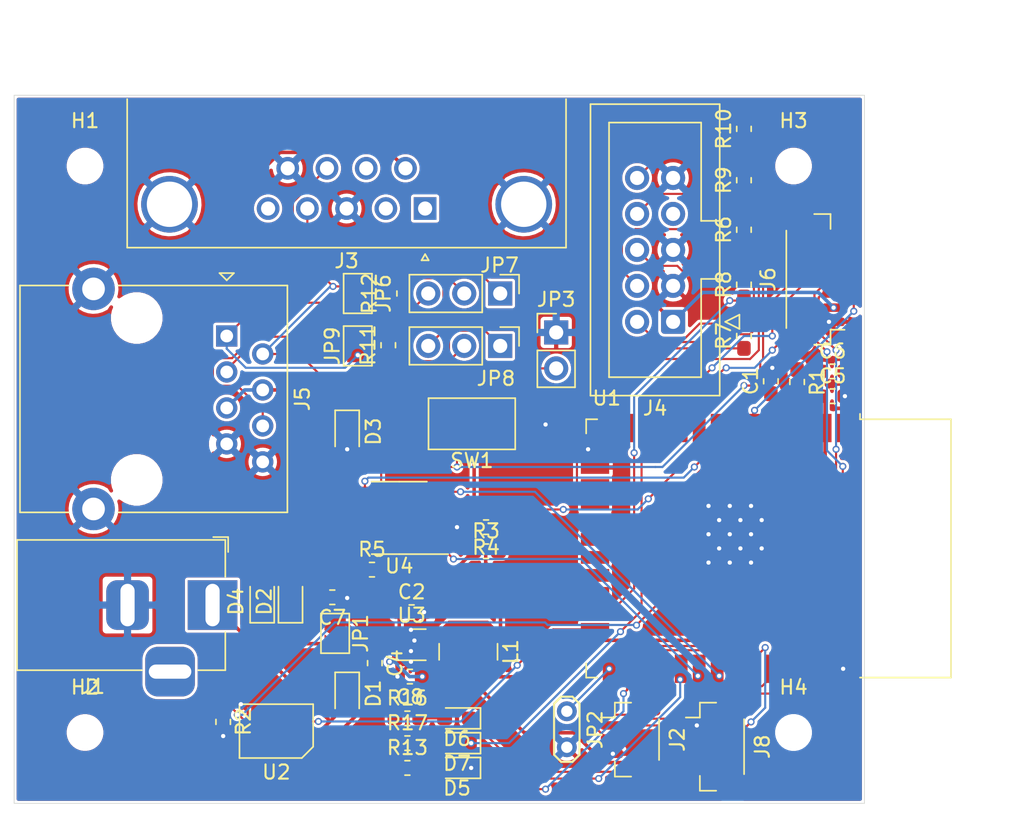
<source format=kicad_pcb>
(kicad_pcb (version 20171130) (host pcbnew "(5.1.6)-1")
  (layers (0 F.Cu signal) (31 B.Cu signal) (34 B.Paste user) (35 F.Paste user) (36 B.SilkS user) (37 F.SilkS user) (38 B.Mask user) (39 F.Mask user) (44 Edge.Cuts user))
  (net 0 "")
  (net 1 "Net-(C1-Pad1)")
  (net 2 GND)
  (net 3 +3V3)
  (net 4 "Net-(J4-Pad2)")
  (net 5 "Net-(J4-Pad4)")
  (net 6 "Net-(J4-Pad6)")
  (net 7 "Net-(J4-Pad8)")
  (net 8 "Net-(J4-Pad10)")
  (net 9 GPIO16)
  (net 10 GPIO17)
  (net 11 GPIO34)
  (net 12 ~LED1)
  (net 13 ~LED2)
  (net 14 GPIO25)
  (net 15 GPIO26)
  (net 16 "Net-(JP2-Pad1)")
  (net 17 "Net-(L1-Pad1)")
  (net 18 "Net-(R6-Pad1)")
  (net 19 "Net-(R7-Pad1)")
  (net 20 "Net-(R8-Pad1)")
  (net 21 "Net-(R9-Pad1)")
  (net 22 ~POW_EN)
  (net 23 ~POW_FWD)
  (net 24 ~POW_REV)
  (net 25 "Net-(J2-Pad1)")
  (net 26 "Net-(J2-Pad2)")
  (net 27 GPIO21)
  (net 28 GPIO22)
  (net 29 "Net-(JP7-Pad3)")
  (net 30 "Net-(JP8-Pad3)")
  (net 31 POW_SETI)
  (net 32 "Net-(C4-Pad1)")
  (net 33 VBUS)
  (net 34 /5.3%VBUS)
  (net 35 "Net-(R5-Pad1)")
  (net 36 "Net-(U1-Pad8)")
  (net 37 /V_IN)
  (net 38 CAN-)
  (net 39 CAN+)
  (net 40 /CAN2+)
  (net 41 /CAN2-)
  (net 42 /CANTX)
  (net 43 /CANRX)
  (net 44 /V_EXT)
  (net 45 /CANPOWER)
  (net 46 "Net-(D5-Pad2)")
  (net 47 "Net-(D6-Pad2)")
  (net 48 "Net-(D7-Pad2)")
  (module Connector_RJ:RJ45_Ninigi_GE (layer F.Cu) (at 45 47 270)
    (fp_text reference J5 (at 4.445 -5.34 90) (layer F.SilkS))
    (fp_text value RJ45_Shielded)
    (pad "" np_thru_hole circle (at 10.16 6.35 90) (size 3.25 3.25) (drill 3.25) (layers *.Cu *.Mask))
    (pad SH thru_hole circle (at 12.215 9.4 90) (size 3 3) (drill 1.6) (layers *.Cu *.Mask) (net 2 GND))
    (pad "" np_thru_hole circle (at -1.27 6.35 270) (size 3.25 3.25) (drill 3.25) (layers *.Cu *.Mask))
    (pad 3 thru_hole circle (at 2.54 0 90) (size 1.5 1.5) (drill 0.9) (layers *.Cu *.Mask) (net 40 /CAN2+))
    (pad 5 thru_hole circle (at 5.08 0 90) (size 1.5 1.5) (drill 0.9) (layers *.Cu *.Mask) (net 33 VBUS))
    (pad 4 thru_hole circle (at 3.81 -2.54 90) (size 1.5 1.5) (drill 0.9) (layers *.Cu *.Mask) (net 33 VBUS))
    (pad 7 thru_hole circle (at 7.62 0 90) (size 1.5 1.5) (drill 0.9) (layers *.Cu *.Mask) (net 2 GND))
    (pad 1 thru_hole rect (at 0 0 90) (size 1.5 1.5) (drill 0.9) (layers *.Cu *.Mask) (net 39 CAN+))
    (pad 2 thru_hole circle (at 1.27 -2.54 90) (size 1.5 1.5) (drill 0.9) (layers *.Cu *.Mask) (net 38 CAN-))
    (pad SH thru_hole circle (at -3.325 9.4 270) (size 3 3) (drill 1.6) (layers *.Cu *.Mask) (net 2 GND))
    (pad 8 thru_hole circle (at 8.89 -2.54 90) (size 1.5 1.5) (drill 0.9) (layers *.Cu *.Mask) (net 2 GND))
    (pad 6 thru_hole circle (at 6.35 -2.54 90) (size 1.5 1.5) (drill 0.9) (layers *.Cu *.Mask) (net 41 /CAN2-))
  )
  (module Connector_JST:JST_SH_BM04B-SRSS-TB_1x04-1MP_P1.00mm_Vertical (layer F.Cu) (at 79.5 76 270)
    (fp_text reference J8 (at 0 -3.3 90) (layer F.SilkS))
    (fp_text value qwiic/GPIO-A)
    (pad 1 smd roundrect (at -1.5 1.325 270) (size 0.6 1.55) (layers F.Cu F.Paste F.Mask) (net 2 GND))
    (pad 2 smd roundrect (at -0.5 1.325 270) (size 0.6 1.55) (layers F.Cu F.Paste F.Mask) (net 3 +3V3))
    (pad 3 smd roundrect (at 0.5 1.325 270) (size 0.6 1.55) (layers F.Cu F.Paste F.Mask) (net 27 GPIO21))
    (pad 4 smd roundrect (at 1.5 1.325 270) (size 0.6 1.55) (layers F.Cu F.Paste F.Mask) (net 28 GPIO22))
    (pad MP smd roundrect (at -2.8 -1.2 270) (size 1.2 1.8) (layers F.Cu F.Paste F.Mask) (roundrect_rratio 0.208333))
    (pad MP smd roundrect (at 2.8 -1.2 270) (size 1.2 1.8) (layers F.Cu F.Paste F.Mask) (roundrect_rratio 0.208333))
  )
  (module Capacitor_SMD:C_0603_1608Metric_Pad1.05x0.95mm_HandSolder (layer F.Cu) (at 83.4 50.2 90)
    (fp_text reference C1 (at 0 -1.43 90) (layer F.SilkS))
    (fp_text value 10nF)
    (pad 1 smd roundrect (at -0.875 0 90) (size 1.05 0.95) (layers F.Cu F.Paste F.Mask) (net 1 "Net-(C1-Pad1)"))
    (pad 2 smd roundrect (at 0.875 0 90) (size 1.05 0.95) (layers F.Cu F.Paste F.Mask) (net 2 GND))
  )
  (module Capacitor_SMD:C_0603_1608Metric_Pad1.05x0.95mm_HandSolder (layer F.Cu) (at 55.45 70.1 270)
    (fp_text reference C4 (at 0 -1.43 90) (layer F.SilkS))
    (fp_text value "1uF (50V)")
    (pad 2 smd roundrect (at 0.875 0 270) (size 1.05 0.95) (layers F.Cu F.Paste F.Mask) (net 2 GND))
    (pad 1 smd roundrect (at -0.875 0 270) (size 1.05 0.95) (layers F.Cu F.Paste F.Mask) (net 32 "Net-(C4-Pad1)"))
  )
  (module Capacitor_SMD:C_0603_1608Metric_Pad1.05x0.95mm_HandSolder (layer F.Cu) (at 87.75 51.25)
    (fp_text reference C5 (at 0 -1.43) (layer F.SilkS))
    (fp_text value 100nF)
    (pad 2 smd roundrect (at 0.875 0) (size 1.05 0.95) (layers F.Cu F.Paste F.Mask) (net 2 GND))
    (pad 1 smd roundrect (at -0.875 0) (size 1.05 0.95) (layers F.Cu F.Paste F.Mask) (net 3 +3V3))
  )
  (module Capacitor_SMD:C_0603_1608Metric_Pad1.05x0.95mm_HandSolder (layer F.Cu) (at 87.75 49.5)
    (fp_text reference C6 (at 0 -1.43) (layer F.SilkS))
    (fp_text value 10uF)
    (pad 1 smd roundrect (at -0.875 0) (size 1.05 0.95) (layers F.Cu F.Paste F.Mask) (net 3 +3V3))
    (pad 2 smd roundrect (at 0.875 0) (size 1.05 0.95) (layers F.Cu F.Paste F.Mask) (net 2 GND))
  )
  (module Capacitor_SMD:C_0603_1608Metric_Pad1.05x0.95mm_HandSolder (layer F.Cu) (at 52.45 65.45 180)
    (fp_text reference C7 (at 0 -1.43) (layer F.SilkS))
    (fp_text value "4.7uF (50V)")
    (pad 2 smd roundrect (at 0.875 0 180) (size 1.05 0.95) (layers F.Cu F.Paste F.Mask) (net 33 VBUS))
    (pad 1 smd roundrect (at -0.875 0 180) (size 1.05 0.95) (layers F.Cu F.Paste F.Mask) (net 2 GND))
  )
  (module Capacitor_SMD:C_0603_1608Metric_Pad1.05x0.95mm_HandSolder (layer F.Cu) (at 57.925 71.05 180)
    (fp_text reference C8 (at 0 -1.43) (layer F.SilkS))
    (fp_text value 10uF)
    (pad 1 smd roundrect (at -0.875 0 180) (size 1.05 0.95) (layers F.Cu F.Paste F.Mask) (net 3 +3V3))
    (pad 2 smd roundrect (at 0.875 0 180) (size 1.05 0.95) (layers F.Cu F.Paste F.Mask) (net 2 GND))
  )
  (module Connector_BarrelJack:BarrelJack_Horizontal (layer F.Cu) (at 44 66)
    (fp_text reference J1 (at -8.45 5.75) (layer F.SilkS))
    (fp_text value 7-48V)
    (pad 1 thru_hole rect (at 0 0) (size 3.5 3.5) (drill oval 1 3) (layers *.Cu *.Mask) (net 44 /V_EXT))
    (pad 2 thru_hole roundrect (at -6 0) (size 3 3.5) (drill oval 1 3) (layers *.Cu *.Mask) (net 2 GND))
    (pad 3 thru_hole roundrect (at -3 4.7) (size 3.5 3.5) (drill oval 3 1) (layers *.Cu *.Mask))
  )
  (module Connector_JST:JST_SH_BM03B-SRSS-TB_1x03-1MP_P1.00mm_Vertical (layer F.Cu) (at 73.5 75.5 270)
    (fp_text reference J2 (at 0 -3.3 90) (layer F.SilkS))
    (fp_text value UART)
    (pad 1 smd roundrect (at -1 1.325 270) (size 0.6 1.55) (layers F.Cu F.Paste F.Mask) (net 25 "Net-(J2-Pad1)"))
    (pad 2 smd roundrect (at 0 1.325 270) (size 0.6 1.55) (layers F.Cu F.Paste F.Mask) (net 26 "Net-(J2-Pad2)"))
    (pad 3 smd roundrect (at 1 1.325 270) (size 0.6 1.55) (layers F.Cu F.Paste F.Mask) (net 2 GND))
    (pad MP smd roundrect (at -2.3 -1.2 270) (size 1.2 1.8) (layers F.Cu F.Paste F.Mask) (roundrect_rratio 0.208333))
    (pad MP smd roundrect (at 2.3 -1.2 270) (size 1.2 1.8) (layers F.Cu F.Paste F.Mask) (roundrect_rratio 0.208333))
  )
  (module Connector_JST:JST_SH_BM07B-SRSS-TB_1x07-1MP_P1.00mm_Vertical (layer F.Cu) (at 86.5 43 90)
    (fp_text reference J6 (at 0 -3.3 90) (layer F.SilkS))
    (fp_text value GPIO-B)
    (pad 1 smd roundrect (at -3 1.325 90) (size 0.6 1.55) (layers F.Cu F.Paste F.Mask) (net 2 GND))
    (pad 2 smd roundrect (at -2 1.325 90) (size 0.6 1.55) (layers F.Cu F.Paste F.Mask) (net 3 +3V3))
    (pad 3 smd roundrect (at -1 1.325 90) (size 0.6 1.55) (layers F.Cu F.Paste F.Mask) (net 9 GPIO16))
    (pad 4 smd roundrect (at 0 1.325 90) (size 0.6 1.55) (layers F.Cu F.Paste F.Mask) (net 10 GPIO17))
    (pad 5 smd roundrect (at 1 1.325 90) (size 0.6 1.55) (layers F.Cu F.Paste F.Mask) (net 14 GPIO25))
    (pad 6 smd roundrect (at 2 1.325 90) (size 0.6 1.55) (layers F.Cu F.Paste F.Mask) (net 15 GPIO26))
    (pad 7 smd roundrect (at 3 1.325 90) (size 0.6 1.55) (layers F.Cu F.Paste F.Mask) (net 11 GPIO34))
    (pad MP smd roundrect (at -4.3 -1.2 90) (size 1.2 1.8) (layers F.Cu F.Paste F.Mask) (roundrect_rratio 0.208333))
    (pad MP smd roundrect (at 4.3 -1.2 90) (size 1.2 1.8) (layers F.Cu F.Paste F.Mask) (roundrect_rratio 0.208333))
  )
  (module TestPoint:TestPoint_2Pads_Pitch2.54mm_Drill0.8mm (layer F.Cu) (at 69 73.5 270)
    (fp_text reference JP2 (at 1.3 -2 90) (layer F.SilkS))
    (fp_text value "Boot option")
    (pad 1 thru_hole circle (at 0 0 270) (size 1.4 1.4) (drill 0.8) (layers *.Cu *.Mask) (net 16 "Net-(JP2-Pad1)"))
    (pad 2 thru_hole circle (at 2.54 0 270) (size 1.4 1.4) (drill 0.8) (layers *.Cu *.Mask) (net 2 GND))
  )
  (module Inductor_SMD:L_Coilcraft_LPS4018 (layer F.Cu) (at 62.05 69.3 270)
    (fp_text reference L1 (at 0 -3 90) (layer F.SilkS))
    (fp_text value 33uH)
    (pad 2 smd custom (at 1.765 0 270) (size 0.87 2.79) (layers F.Cu F.Paste F.Mask) (net 3 +3V3) (options (clearance outline) (anchor rect)) (primitives (gr_poly (pts (xy 0.435 -1.395) (xy -0.125 -1.945) (xy -1.015 -1.945) (xy -1.015 -1.17) (xy -0.435 -0.575) (xy -0.435 0.575) (xy -1.015 1.17) (xy -1.015 1.945) (xy -0.125 1.945) (xy 0.435 1.395)) (width 0))))
    (pad 1 smd custom (at -1.765 0 270) (size 0.87 2.79) (layers F.Cu F.Paste F.Mask) (net 17 "Net-(L1-Pad1)") (options (clearance outline) (anchor rect)) (primitives (gr_poly (pts (xy -0.435 -1.395) (xy 0.125 -1.945) (xy 1.015 -1.945) (xy 1.015 -1.17) (xy 0.435 -0.575) (xy 0.435 0.575) (xy 1.015 1.17) (xy 1.015 1.945) (xy 0.125 1.945) (xy -0.435 1.395)) (width 0))))
  )
  (module Resistor_SMD:R_0603_1608Metric_Pad1.05x0.95mm_HandSolder (layer F.Cu) (at 85.25 50.25 270)
    (fp_text reference R1 (at 0 -1.43 90) (layer F.SilkS))
    (fp_text value 10k)
    (pad 1 smd roundrect (at -0.875 0 270) (size 1.05 0.95) (layers F.Cu F.Paste F.Mask) (net 3 +3V3))
    (pad 2 smd roundrect (at 0.875 0 270) (size 1.05 0.95) (layers F.Cu F.Paste F.Mask) (net 1 "Net-(C1-Pad1)"))
  )
  (module Resistor_SMD:R_0603_1608Metric_Pad1.05x0.95mm_HandSolder (layer F.Cu) (at 44.75 74.25 270)
    (fp_text reference R2 (at 0 -1.43 90) (layer F.SilkS))
    (fp_text value 2k5)
    (pad 1 smd roundrect (at -0.875 0 270) (size 1.05 0.95) (layers F.Cu F.Paste F.Mask) (net 31 POW_SETI))
    (pad 2 smd roundrect (at 0.875 0 270) (size 1.05 0.95) (layers F.Cu F.Paste F.Mask) (net 2 GND))
  )
  (module Resistor_SMD:R_0603_1608Metric_Pad1.05x0.95mm_HandSolder (layer F.Cu) (at 63.3 62.2)
    (fp_text reference R3 (at 0 -1.43) (layer F.SilkS))
    (fp_text value 100k)
    (pad 1 smd roundrect (at -0.875 0) (size 1.05 0.95) (layers F.Cu F.Paste F.Mask) (net 33 VBUS))
    (pad 2 smd roundrect (at 0.875 0) (size 1.05 0.95) (layers F.Cu F.Paste F.Mask) (net 34 /5.3%VBUS))
  )
  (module Resistor_SMD:R_0603_1608Metric_Pad1.05x0.95mm_HandSolder (layer F.Cu) (at 63.3 60.5 180)
    (fp_text reference R4 (at 0 -1.43) (layer F.SilkS))
    (fp_text value 5k6)
    (pad 2 smd roundrect (at 0.875 0 180) (size 1.05 0.95) (layers F.Cu F.Paste F.Mask) (net 2 GND))
    (pad 1 smd roundrect (at -0.875 0 180) (size 1.05 0.95) (layers F.Cu F.Paste F.Mask) (net 34 /5.3%VBUS))
  )
  (module Resistor_SMD:R_0603_1608Metric_Pad1.05x0.95mm_HandSolder (layer F.Cu) (at 81.5 39.5 90)
    (fp_text reference R6 (at 0 -1.43 90) (layer F.SilkS))
    (fp_text value 100)
    (pad 1 smd roundrect (at -0.875 0 90) (size 1.05 0.95) (layers F.Cu F.Paste F.Mask) (net 18 "Net-(R6-Pad1)"))
    (pad 2 smd roundrect (at 0.875 0 90) (size 1.05 0.95) (layers F.Cu F.Paste F.Mask) (net 5 "Net-(J4-Pad4)"))
  )
  (module Resistor_SMD:R_0603_1608Metric_Pad1.05x0.95mm_HandSolder (layer F.Cu) (at 81.5 47 90)
    (fp_text reference R7 (at 0 -1.43 90) (layer F.SilkS))
    (fp_text value 100)
    (pad 2 smd roundrect (at 0.875 0 90) (size 1.05 0.95) (layers F.Cu F.Paste F.Mask) (net 4 "Net-(J4-Pad2)"))
    (pad 1 smd roundrect (at -0.875 0 90) (size 1.05 0.95) (layers F.Cu F.Paste F.Mask) (net 19 "Net-(R7-Pad1)"))
  )
  (module Resistor_SMD:R_0603_1608Metric_Pad1.05x0.95mm_HandSolder (layer F.Cu) (at 81.5 43.375 90)
    (fp_text reference R8 (at 0 -1.43 90) (layer F.SilkS))
    (fp_text value 100)
    (pad 2 smd roundrect (at 0.875 0 90) (size 1.05 0.95) (layers F.Cu F.Paste F.Mask) (net 6 "Net-(J4-Pad6)"))
    (pad 1 smd roundrect (at -0.875 0 90) (size 1.05 0.95) (layers F.Cu F.Paste F.Mask) (net 20 "Net-(R8-Pad1)"))
  )
  (module Resistor_SMD:R_0603_1608Metric_Pad1.05x0.95mm_HandSolder (layer F.Cu) (at 81.5 36 90)
    (fp_text reference R9 (at 0 -1.43 90) (layer F.SilkS))
    (fp_text value 100)
    (pad 2 smd roundrect (at 0.875 0 90) (size 1.05 0.95) (layers F.Cu F.Paste F.Mask) (net 7 "Net-(J4-Pad8)"))
    (pad 1 smd roundrect (at -0.875 0 90) (size 1.05 0.95) (layers F.Cu F.Paste F.Mask) (net 21 "Net-(R9-Pad1)"))
  )
  (module Resistor_SMD:R_0603_1608Metric_Pad1.05x0.95mm_HandSolder (layer F.Cu) (at 81.5 32.375 90)
    (fp_text reference R10 (at 0 -1.43 90) (layer F.SilkS))
    (fp_text value 100)
    (pad 1 smd roundrect (at -0.875 0 90) (size 1.05 0.95) (layers F.Cu F.Paste F.Mask) (net 1 "Net-(C1-Pad1)"))
    (pad 2 smd roundrect (at 0.875 0 90) (size 1.05 0.95) (layers F.Cu F.Paste F.Mask) (net 8 "Net-(J4-Pad10)"))
  )
  (module Resistor_SMD:R_0603_1608Metric_Pad1.05x0.95mm_HandSolder (layer F.Cu) (at 56.4 47.65 90)
    (fp_text reference R11 (at 0 -1.43 90) (layer F.SilkS))
    (fp_text value 120)
    (pad 2 smd roundrect (at 0.875 0 90) (size 1.05 0.95) (layers F.Cu F.Paste F.Mask) (net 29 "Net-(JP7-Pad3)"))
    (pad 1 smd roundrect (at -0.875 0 90) (size 1.05 0.95) (layers F.Cu F.Paste F.Mask) (net 40 /CAN2+))
  )
  (module Resistor_SMD:R_0603_1608Metric_Pad1.05x0.95mm_HandSolder (layer F.Cu) (at 56.5 44 90)
    (fp_text reference R12 (at 0 -1.43 90) (layer F.SilkS))
    (fp_text value 120)
    (pad 2 smd roundrect (at 0.875 0 90) (size 1.05 0.95) (layers F.Cu F.Paste F.Mask) (net 38 CAN-))
    (pad 1 smd roundrect (at -0.875 0 90) (size 1.05 0.95) (layers F.Cu F.Paste F.Mask) (net 30 "Net-(JP8-Pad3)"))
  )
  (module Resistor_SMD:R_0603_1608Metric_Pad1.05x0.95mm_HandSolder (layer F.Cu) (at 57.75 74)
    (fp_text reference R16 (at 0 -1.43) (layer F.SilkS))
    (fp_text value 330)
    (pad 2 smd roundrect (at 0.875 0) (size 1.05 0.95) (layers F.Cu F.Paste F.Mask) (net 47 "Net-(D6-Pad2)"))
    (pad 1 smd roundrect (at -0.875 0) (size 1.05 0.95) (layers F.Cu F.Paste F.Mask) (net 3 +3V3))
  )
  (module Resistor_SMD:R_0603_1608Metric_Pad1.05x0.95mm_HandSolder (layer F.Cu) (at 57.75 75.75)
    (fp_text reference R17 (at 0 -1.43) (layer F.SilkS))
    (fp_text value 330)
    (pad 1 smd roundrect (at -0.875 0) (size 1.05 0.95) (layers F.Cu F.Paste F.Mask) (net 3 +3V3))
    (pad 2 smd roundrect (at 0.875 0) (size 1.05 0.95) (layers F.Cu F.Paste F.Mask) (net 48 "Net-(D7-Pad2)"))
  )
  (module RF_Module:ESP32-WROOM-32 (layer F.Cu) (at 80.245 62 270)
    (fp_text reference U1 (at -10.61 8.43) (layer F.SilkS))
    (fp_text value ESP32-WROOM-32D)
    (pad 39 smd rect (at -1 -0.755 270) (size 5 5) (layers F.Cu F.Paste F.Mask) (net 2 GND))
    (pad 1 smd rect (at -8.5 -8.255 270) (size 2 0.9) (layers F.Cu F.Paste F.Mask) (net 2 GND))
    (pad 2 smd rect (at -8.5 -6.985 270) (size 2 0.9) (layers F.Cu F.Paste F.Mask) (net 3 +3V3))
    (pad 3 smd rect (at -8.5 -5.715 270) (size 2 0.9) (layers F.Cu F.Paste F.Mask) (net 1 "Net-(C1-Pad1)"))
    (pad 4 smd rect (at -8.5 -4.445 270) (size 2 0.9) (layers F.Cu F.Paste F.Mask))
    (pad 5 smd rect (at -8.5 -3.175 270) (size 2 0.9) (layers F.Cu F.Paste F.Mask))
    (pad 6 smd rect (at -8.5 -1.905 270) (size 2 0.9) (layers F.Cu F.Paste F.Mask) (net 11 GPIO34))
    (pad 7 smd rect (at -8.5 -0.635 270) (size 2 0.9) (layers F.Cu F.Paste F.Mask) (net 31 POW_SETI))
    (pad 8 smd rect (at -8.5 0.635 270) (size 2 0.9) (layers F.Cu F.Paste F.Mask) (net 36 "Net-(U1-Pad8)"))
    (pad 9 smd rect (at -8.5 1.905 270) (size 2 0.9) (layers F.Cu F.Paste F.Mask) (net 34 /5.3%VBUS))
    (pad 10 smd rect (at -8.5 3.175 270) (size 2 0.9) (layers F.Cu F.Paste F.Mask) (net 14 GPIO25))
    (pad 11 smd rect (at -8.5 4.445 270) (size 2 0.9) (layers F.Cu F.Paste F.Mask) (net 15 GPIO26))
    (pad 12 smd rect (at -8.5 5.715 270) (size 2 0.9) (layers F.Cu F.Paste F.Mask) (net 13 ~LED2))
    (pad 13 smd rect (at -8.5 6.985 270) (size 2 0.9) (layers F.Cu F.Paste F.Mask) (net 19 "Net-(R7-Pad1)"))
    (pad 14 smd rect (at -8.5 8.255 270) (size 2 0.9) (layers F.Cu F.Paste F.Mask) (net 21 "Net-(R9-Pad1)"))
    (pad 15 smd rect (at -5.715 9.255) (size 2 0.9) (layers F.Cu F.Paste F.Mask) (net 2 GND))
    (pad 16 smd rect (at -4.445 9.255) (size 2 0.9) (layers F.Cu F.Paste F.Mask) (net 18 "Net-(R6-Pad1)"))
    (pad 17 smd rect (at -3.175 9.255) (size 2 0.9) (layers F.Cu F.Paste F.Mask))
    (pad 18 smd rect (at -1.905 9.255) (size 2 0.9) (layers F.Cu F.Paste F.Mask))
    (pad 19 smd rect (at -0.635 9.255) (size 2 0.9) (layers F.Cu F.Paste F.Mask))
    (pad 20 smd rect (at 0.635 9.255) (size 2 0.9) (layers F.Cu F.Paste F.Mask))
    (pad 21 smd rect (at 1.905 9.255) (size 2 0.9) (layers F.Cu F.Paste F.Mask))
    (pad 22 smd rect (at 3.175 9.255) (size 2 0.9) (layers F.Cu F.Paste F.Mask))
    (pad 23 smd rect (at 4.445 9.255) (size 2 0.9) (layers F.Cu F.Paste F.Mask) (net 20 "Net-(R8-Pad1)"))
    (pad 24 smd rect (at 5.715 9.255) (size 2 0.9) (layers F.Cu F.Paste F.Mask) (net 22 ~POW_EN))
    (pad 25 smd rect (at 8.5 8.255 270) (size 2 0.9) (layers F.Cu F.Paste F.Mask) (net 16 "Net-(JP2-Pad1)"))
    (pad 26 smd rect (at 8.5 6.985 270) (size 2 0.9) (layers F.Cu F.Paste F.Mask) (net 23 ~POW_FWD))
    (pad 27 smd rect (at 8.5 5.715 270) (size 2 0.9) (layers F.Cu F.Paste F.Mask) (net 9 GPIO16))
    (pad 28 smd rect (at 8.5 4.445 270) (size 2 0.9) (layers F.Cu F.Paste F.Mask) (net 10 GPIO17))
    (pad 29 smd rect (at 8.5 3.175 270) (size 2 0.9) (layers F.Cu F.Paste F.Mask) (net 24 ~POW_REV))
    (pad 30 smd rect (at 8.5 1.905 270) (size 2 0.9) (layers F.Cu F.Paste F.Mask) (net 42 /CANTX))
    (pad 31 smd rect (at 8.5 0.635 270) (size 2 0.9) (layers F.Cu F.Paste F.Mask) (net 43 /CANRX))
    (pad 32 smd rect (at 8.5 -0.635 270) (size 2 0.9) (layers F.Cu F.Paste F.Mask))
    (pad 33 smd rect (at 8.5 -1.905 270) (size 2 0.9) (layers F.Cu F.Paste F.Mask) (net 27 GPIO21))
    (pad 34 smd rect (at 8.5 -3.175 270) (size 2 0.9) (layers F.Cu F.Paste F.Mask) (net 26 "Net-(J2-Pad2)"))
    (pad 35 smd rect (at 8.5 -4.445 270) (size 2 0.9) (layers F.Cu F.Paste F.Mask) (net 25 "Net-(J2-Pad1)"))
    (pad 36 smd rect (at 8.5 -5.715 270) (size 2 0.9) (layers F.Cu F.Paste F.Mask) (net 28 GPIO22))
    (pad 37 smd rect (at 8.5 -6.985 270) (size 2 0.9) (layers F.Cu F.Paste F.Mask) (net 12 ~LED1))
    (pad 38 smd rect (at 8.5 -8.255 270) (size 2 0.9) (layers F.Cu F.Paste F.Mask) (net 2 GND))
  )
  (module Package_DFN_QFN:DFN-8_2x2mm_P0.5mm (layer F.Cu) (at 58.05 68.8)
    (fp_text reference U3 (at 0 -2.075) (layer F.SilkS))
    (fp_text value MAX15062A)
    (pad 1 smd rect (at -0.95 -0.75) (size 0.85 0.3) (layers F.Cu F.Paste F.Mask) (net 37 /V_IN))
    (pad 2 smd rect (at -0.95 -0.25) (size 0.85 0.3) (layers F.Cu F.Paste F.Mask) (net 37 /V_IN))
    (pad 3 smd rect (at -0.95 0.25) (size 0.85 0.3) (layers F.Cu F.Paste F.Mask) (net 32 "Net-(C4-Pad1)"))
    (pad 4 smd rect (at -0.95 0.75) (size 0.85 0.3) (layers F.Cu F.Paste F.Mask) (net 3 +3V3))
    (pad 5 smd rect (at 0.95 0.75) (size 0.85 0.3) (layers F.Cu F.Paste F.Mask))
    (pad 6 smd rect (at 0.95 0.25) (size 0.85 0.3) (layers F.Cu F.Paste F.Mask))
    (pad 7 smd rect (at 0.95 -0.25) (size 0.85 0.3) (layers F.Cu F.Paste F.Mask) (net 2 GND))
    (pad 8 smd rect (at 0.95 -0.75) (size 0.85 0.3) (layers F.Cu F.Paste F.Mask) (net 17 "Net-(L1-Pad1)"))
  )
  (module Connector_IDC:IDC-Header_2x05_P2.54mm_Vertical (layer F.Cu) (at 76.5 46 180)
    (fp_text reference J4 (at 1.27 -6.1) (layer F.SilkS))
    (fp_text value JTAG)
    (pad 1 thru_hole roundrect (at 0 0 180) (size 1.7 1.7) (drill 1) (layers *.Cu *.Mask) (roundrect_rratio 0.147059) (net 3 +3V3))
    (pad 3 thru_hole circle (at 0 2.54 180) (size 1.7 1.7) (drill 1) (layers *.Cu *.Mask) (net 2 GND))
    (pad 5 thru_hole circle (at 0 5.08 180) (size 1.7 1.7) (drill 1) (layers *.Cu *.Mask) (net 2 GND))
    (pad 7 thru_hole circle (at 0 7.62 180) (size 1.7 1.7) (drill 1) (layers *.Cu *.Mask))
    (pad 9 thru_hole circle (at 0 10.16 180) (size 1.7 1.7) (drill 1) (layers *.Cu *.Mask) (net 2 GND))
    (pad 2 thru_hole circle (at 2.54 0 180) (size 1.7 1.7) (drill 1) (layers *.Cu *.Mask) (net 4 "Net-(J4-Pad2)"))
    (pad 4 thru_hole circle (at 2.54 2.54 180) (size 1.7 1.7) (drill 1) (layers *.Cu *.Mask) (net 5 "Net-(J4-Pad4)"))
    (pad 6 thru_hole circle (at 2.54 5.08 180) (size 1.7 1.7) (drill 1) (layers *.Cu *.Mask) (net 6 "Net-(J4-Pad6)"))
    (pad 8 thru_hole circle (at 2.54 7.62 180) (size 1.7 1.7) (drill 1) (layers *.Cu *.Mask) (net 7 "Net-(J4-Pad8)"))
    (pad 10 thru_hole circle (at 2.54 10.16 180) (size 1.7 1.7) (drill 1) (layers *.Cu *.Mask) (net 8 "Net-(J4-Pad10)"))
  )
  (module Jumper:SolderJumper-2_P1.3mm_Open_Pad1.0x1.5mm (layer F.Cu) (at 54.25 44 270)
    (fp_text reference JP6 (at 0 -1.8 90) (layer F.SilkS))
    (fp_text value NoTerminator)
    (pad 2 smd rect (at 0.65 0 270) (size 1 1.5) (layers F.Cu F.Mask) (net 41 /CAN2-))
    (pad 1 smd rect (at -0.65 0 270) (size 1 1.5) (layers F.Cu F.Mask) (net 38 CAN-))
  )
  (module Connector_PinHeader_2.54mm:PinHeader_1x03_P2.54mm_Vertical (layer F.Cu) (at 64.3 44 270)
    (fp_text reference JP7 (at -2 0.05 180) (layer F.SilkS))
    (fp_text value Terminator)
    (pad 1 thru_hole rect (at 0 0 270) (size 1.7 1.7) (drill 1) (layers *.Cu *.Mask) (net 38 CAN-))
    (pad 2 thru_hole oval (at 0 2.54 270) (size 1.7 1.7) (drill 1) (layers *.Cu *.Mask) (net 41 /CAN2-))
    (pad 3 thru_hole oval (at 0 5.08 270) (size 1.7 1.7) (drill 1) (layers *.Cu *.Mask) (net 29 "Net-(JP7-Pad3)"))
  )
  (module Connector_PinHeader_2.54mm:PinHeader_1x03_P2.54mm_Vertical (layer F.Cu) (at 64.3 47.7 270)
    (fp_text reference JP8 (at 2.3 0.3 180) (layer F.SilkS))
    (fp_text value Terminator)
    (pad 3 thru_hole oval (at 0 5.08 270) (size 1.7 1.7) (drill 1) (layers *.Cu *.Mask) (net 30 "Net-(JP8-Pad3)"))
    (pad 2 thru_hole oval (at 0 2.54 270) (size 1.7 1.7) (drill 1) (layers *.Cu *.Mask) (net 39 CAN+))
    (pad 1 thru_hole rect (at 0 0 270) (size 1.7 1.7) (drill 1) (layers *.Cu *.Mask) (net 40 /CAN2+))
  )
  (module Jumper:SolderJumper-2_P1.3mm_Open_Pad1.0x1.5mm (layer F.Cu) (at 54.25 47.7 90)
    (fp_text reference JP9 (at 0 -1.8 90) (layer F.SilkS))
    (fp_text value NoTerminator)
    (pad 1 smd rect (at -0.65 0 90) (size 1 1.5) (layers F.Cu F.Mask) (net 39 CAN+))
    (pad 2 smd rect (at 0.65 0 90) (size 1 1.5) (layers F.Cu F.Mask) (net 40 /CAN2+))
  )
  (module Diode_SMD:D_SOD-323F (layer F.Cu) (at 53.5 72.25 270)
    (fp_text reference D1 (at 0 -1.85 90) (layer F.SilkS))
    (fp_text value PMEG6010CEJ)
    (pad 2 smd rect (at 1.1 0 270) (size 0.5 0.5) (layers F.Cu F.Paste F.Mask) (net 44 /V_EXT))
    (pad 1 smd rect (at -1.1 0 270) (size 0.5 0.5) (layers F.Cu F.Paste F.Mask) (net 37 /V_IN))
  )
  (module Diode_SMD:D_SOD-323F (layer F.Cu) (at 49.5 65.75 90)
    (fp_text reference D2 (at 0 -1.85 90) (layer F.SilkS))
    (fp_text value PMEG6010CEJ)
    (pad 1 smd rect (at -1.1 0 90) (size 0.5 0.5) (layers F.Cu F.Paste F.Mask) (net 37 /V_IN))
    (pad 2 smd rect (at 1.1 0 90) (size 0.5 0.5) (layers F.Cu F.Paste F.Mask) (net 33 VBUS))
  )
  (module Diode_SMD:D_SOD-323F (layer F.Cu) (at 53.5 53.75 270)
    (fp_text reference D3 (at 0 -1.85 90) (layer F.SilkS))
    (fp_text value PMEG6010CEJ)
    (pad 1 smd rect (at -1.1 0 270) (size 0.5 0.5) (layers F.Cu F.Paste F.Mask) (net 33 VBUS))
    (pad 2 smd rect (at 1.1 0 270) (size 0.5 0.5) (layers F.Cu F.Paste F.Mask) (net 2 GND))
  )
  (module Connector_Dsub:DSUB-9_Male_Horizontal_P2.77x2.84mm_EdgePinOffset4.94mm_Housed_MountingHolesOffset7.48mm (layer F.Cu) (at 59 38 180)
    (fp_text reference J3 (at 5.54 -3.7) (layer F.SilkS))
    (fp_text value "CAN DE-9")
    (pad 1 thru_hole rect (at 0 0 180) (size 1.6 1.6) (drill 1) (layers *.Cu *.Mask))
    (pad 2 thru_hole circle (at 2.77 0 180) (size 1.6 1.6) (drill 1) (layers *.Cu *.Mask))
    (pad 3 thru_hole circle (at 5.54 0 180) (size 1.6 1.6) (drill 1) (layers *.Cu *.Mask) (net 2 GND))
    (pad 4 thru_hole circle (at 8.31 0 180) (size 1.6 1.6) (drill 1) (layers *.Cu *.Mask) (net 38 CAN-))
    (pad 5 thru_hole circle (at 11.08 0 180) (size 1.6 1.6) (drill 1) (layers *.Cu *.Mask))
    (pad 6 thru_hole circle (at 1.385 2.84 180) (size 1.6 1.6) (drill 1) (layers *.Cu *.Mask) (net 45 /CANPOWER))
    (pad 7 thru_hole circle (at 4.155 2.84 180) (size 1.6 1.6) (drill 1) (layers *.Cu *.Mask))
    (pad 8 thru_hole circle (at 6.925 2.84 180) (size 1.6 1.6) (drill 1) (layers *.Cu *.Mask) (net 39 CAN+))
    (pad 9 thru_hole circle (at 9.695 2.84 180) (size 1.6 1.6) (drill 1) (layers *.Cu *.Mask) (net 2 GND))
    (pad 0 thru_hole circle (at -6.96 0.3 180) (size 4 4) (drill 3.2) (layers *.Cu *.Mask) (net 2 GND))
    (pad 0 thru_hole circle (at 18.04 0.3 180) (size 4 4) (drill 3.2) (layers *.Cu *.Mask) (net 2 GND))
  )
  (module Jumper:SolderJumper-2_P1.3mm_Open_TrianglePad1.0x1.5mm (layer F.Cu) (at 52.65 68 270)
    (fp_text reference JP1 (at 0 -1.8 90) (layer F.SilkS))
    (fp_text value "No power")
    (pad 2 smd custom (at 0.725 0 270) (size 0.3 0.3) (layers F.Cu F.Mask) (net 33 VBUS) (options (clearance outline) (anchor rect)) (primitives (gr_poly (pts (xy -0.65 -0.75) (xy 0.5 -0.75) (xy 0.5 0.75) (xy -0.65 0.75) (xy -0.15 0)) (width 0))))
    (pad 1 smd custom (at -0.725 0 270) (size 0.3 0.3) (layers F.Cu F.Mask) (net 37 /V_IN) (options (clearance outline) (anchor rect)) (primitives (gr_poly (pts (xy -0.5 -0.75) (xy 0.5 -0.75) (xy 1 0) (xy 0.5 0.75) (xy -0.5 0.75)) (width 0))))
  )
  (module Resistor_SMD:R_0603_1608Metric_Pad1.05x0.95mm_HandSolder (layer F.Cu) (at 55.25 63.5)
    (fp_text reference R5 (at 0 -1.43) (layer F.SilkS))
    (fp_text value 100K)
    (pad 1 smd roundrect (at -0.875 0) (size 1.05 0.95) (layers F.Cu F.Paste F.Mask) (net 35 "Net-(R5-Pad1)"))
    (pad 2 smd roundrect (at 0.875 0) (size 1.05 0.95) (layers F.Cu F.Paste F.Mask) (net 2 GND))
  )
  (module Package_SO:SOIC-8_3.9x4.9mm_P1.27mm (layer F.Cu) (at 57.174999 59.844999 180)
    (fp_text reference U4 (at 0 -3.4) (layer F.SilkS))
    (fp_text value SN65HVD235)
    (pad 1 smd roundrect (at -2.475 -1.905 180) (size 1.95 0.6) (layers F.Cu F.Paste F.Mask) (net 42 /CANTX))
    (pad 2 smd roundrect (at -2.475 -0.635 180) (size 1.95 0.6) (layers F.Cu F.Paste F.Mask) (net 2 GND))
    (pad 3 smd roundrect (at -2.475 0.635 180) (size 1.95 0.6) (layers F.Cu F.Paste F.Mask) (net 3 +3V3))
    (pad 4 smd roundrect (at -2.475 1.905 180) (size 1.95 0.6) (layers F.Cu F.Paste F.Mask) (net 43 /CANRX))
    (pad 5 smd roundrect (at 2.475 1.905 180) (size 1.95 0.6) (layers F.Cu F.Paste F.Mask) (net 36 "Net-(U1-Pad8)"))
    (pad 6 smd roundrect (at 2.475 0.635 180) (size 1.95 0.6) (layers F.Cu F.Paste F.Mask) (net 38 CAN-))
    (pad 7 smd roundrect (at 2.475 -0.635 180) (size 1.95 0.6) (layers F.Cu F.Paste F.Mask) (net 39 CAN+))
    (pad 8 smd roundrect (at 2.475 -1.905 180) (size 1.95 0.6) (layers F.Cu F.Paste F.Mask) (net 35 "Net-(R5-Pad1)"))
  )
  (module Capacitor_SMD:C_0603_1608Metric_Pad1.05x0.95mm_HandSolder (layer F.Cu) (at 58.05 66.5)
    (fp_text reference C2 (at 0 -1.43) (layer F.SilkS))
    (fp_text value "1uF (50V)")
    (pad 1 smd roundrect (at -0.875 0) (size 1.05 0.95) (layers F.Cu F.Paste F.Mask) (net 37 /V_IN))
    (pad 2 smd roundrect (at 0.875 0) (size 1.05 0.95) (layers F.Cu F.Paste F.Mask) (net 2 GND))
  )
  (module Diode_SMD:D_SOD-323F (layer F.Cu) (at 47.5 65.75 90)
    (fp_text reference D4 (at 0 -1.85 90) (layer F.SilkS))
    (fp_text value PMEG6010CEJ)
    (pad 1 smd rect (at -1.1 0 90) (size 0.5 0.5) (layers F.Cu F.Paste F.Mask) (net 37 /V_IN))
    (pad 2 smd rect (at 1.1 0 90) (size 0.5 0.5) (layers F.Cu F.Paste F.Mask) (net 45 /CANPOWER))
  )
  (module MountingHole:MountingHole_2.2mm_M2 (layer F.Cu) (at 35 35)
    (fp_text reference H1 (at 0 -3.2) (layer F.SilkS))
    (fp_text value MountingHole)
    (pad 1 np_thru_hole circle (at 0 0) (size 2.2 2.2) (drill 2.2) (layers *.Cu *.Mask))
  )
  (module MountingHole:MountingHole_2.2mm_M2 (layer F.Cu) (at 35 75)
    (fp_text reference H2 (at 0 -3.2) (layer F.SilkS))
    (fp_text value MountingHole)
    (pad 1 np_thru_hole circle (at 0 0) (size 2.2 2.2) (drill 2.2) (layers *.Cu *.Mask))
  )
  (module MountingHole:MountingHole_2.2mm_M2 (layer F.Cu) (at 85 35)
    (fp_text reference H3 (at 0 -3.2) (layer F.SilkS))
    (fp_text value MountingHole)
    (pad 1 np_thru_hole circle (at 0 0) (size 2.2 2.2) (drill 2.2) (layers *.Cu *.Mask))
  )
  (module MountingHole:MountingHole_2.2mm_M2 (layer F.Cu) (at 85 75)
    (fp_text reference H4 (at 0 -3.2) (layer F.SilkS))
    (fp_text value MountingHole)
    (pad 1 np_thru_hole circle (at 0 0) (size 2.2 2.2) (drill 2.2) (layers *.Cu *.Mask))
  )
  (module Button_Switch_SMD:SW_SPST_FSMSM (layer F.Cu) (at 62.3 53.2 180)
    (fp_text reference SW1 (at 0 -2.6) (layer F.SilkS))
    (fp_text value RESET)
    (pad 1 smd rect (at -4.59 0 180) (size 2.18 1.6) (layers F.Cu F.Paste F.Mask) (net 2 GND))
    (pad 2 smd rect (at 4.59 0 180) (size 2.18 1.6) (layers F.Cu F.Paste F.Mask) (net 1 "Net-(C1-Pad1)"))
  )
  (module LED_SMD:LED_0603_1608Metric_Pad1.05x0.95mm_HandSolder (layer F.Cu) (at 61.25 77.5 180)
    (fp_text reference D5 (at 0 -1.43) (layer F.SilkS))
    (fp_text value LED)
    (pad 1 smd roundrect (at -0.875 0 180) (size 1.05 0.95) (layers F.Cu F.Paste F.Mask) (net 2 GND))
    (pad 2 smd roundrect (at 0.875 0 180) (size 1.05 0.95) (layers F.Cu F.Paste F.Mask) (net 46 "Net-(D5-Pad2)"))
  )
  (module LED_SMD:LED_0603_1608Metric_Pad1.05x0.95mm_HandSolder (layer F.Cu) (at 61.25 74 180)
    (fp_text reference D6 (at 0 -1.43) (layer F.SilkS))
    (fp_text value LED)
    (pad 1 smd roundrect (at -0.875 0 180) (size 1.05 0.95) (layers F.Cu F.Paste F.Mask) (net 12 ~LED1))
    (pad 2 smd roundrect (at 0.875 0 180) (size 1.05 0.95) (layers F.Cu F.Paste F.Mask) (net 47 "Net-(D6-Pad2)"))
  )
  (module LED_SMD:LED_0603_1608Metric_Pad1.05x0.95mm_HandSolder (layer F.Cu) (at 61.25 75.75 180)
    (fp_text reference D7 (at 0 -1.43) (layer F.SilkS))
    (fp_text value LED)
    (pad 2 smd roundrect (at 0.875 0 180) (size 1.05 0.95) (layers F.Cu F.Paste F.Mask) (net 48 "Net-(D7-Pad2)"))
    (pad 1 smd roundrect (at -0.875 0 180) (size 1.05 0.95) (layers F.Cu F.Paste F.Mask) (net 13 ~LED2))
  )
  (module Resistor_SMD:R_0603_1608Metric_Pad1.05x0.95mm_HandSolder (layer F.Cu) (at 57.75 77.5)
    (fp_text reference R13 (at 0 -1.43) (layer F.SilkS))
    (fp_text value 330)
    (pad 1 smd roundrect (at -0.875 0) (size 1.05 0.95) (layers F.Cu F.Paste F.Mask) (net 3 +3V3))
    (pad 2 smd roundrect (at 0.875 0) (size 1.05 0.95) (layers F.Cu F.Paste F.Mask) (net 46 "Net-(D5-Pad2)"))
  )
  (module Connector_PinHeader_2.54mm:PinHeader_1x02_P2.54mm_Vertical (layer F.Cu) (at 68.25 46.75)
    (fp_text reference JP3 (at 0 -2.33) (layer F.SilkS))
    (fp_text value RESET/~EN)
    (pad 1 thru_hole rect (at 0 0) (size 1.7 1.7) (drill 1) (layers *.Cu *.Mask) (net 2 GND))
    (pad 2 thru_hole oval (at 0 2.54) (size 1.7 1.7) (drill 1) (layers *.Cu *.Mask) (net 1 "Net-(C1-Pad1)"))
  )
  (module rj45can-power:MAX17610 (layer F.Cu) (at 48.5 74.9 90)
    (fp_text reference U2 (at -2.9 0) (layer F.SilkS))
    (fp_text value MAX17610)
    (pad 12 smd rect (at -1.25 -1.625 90) (size 0.3 0.95) (layers F.Cu F.Paste F.Mask) (net 33 VBUS))
    (pad 1 smd rect (at -1.25 1.625 90) (size 0.3 0.95) (layers F.Cu F.Paste F.Mask) (net 44 /V_EXT))
    (pad 12 smd rect (at -0.75 -1.625 90) (size 0.3 0.95) (layers F.Cu F.Paste F.Mask) (net 33 VBUS))
    (pad 1 smd rect (at -0.75 1.625 90) (size 0.3 0.95) (layers F.Cu F.Paste F.Mask) (net 44 /V_EXT))
    (pad 10 smd rect (at -0.25 -1.625 90) (size 0.3 0.95) (layers F.Cu F.Paste F.Mask) (net 24 ~POW_REV))
    (pad 3 smd rect (at -0.25 1.625 90) (size 0.3 0.95) (layers F.Cu F.Paste F.Mask))
    (pad 9 smd rect (at 0.25 -1.625 90) (size 0.3 0.95) (layers F.Cu F.Paste F.Mask) (net 23 ~POW_FWD))
    (pad 4 smd rect (at 0.25 1.625 90) (size 0.3 0.95) (layers F.Cu F.Paste F.Mask))
    (pad 8 smd rect (at 0.75 -1.625 90) (size 0.3 0.95) (layers F.Cu F.Paste F.Mask) (net 31 POW_SETI))
    (pad 5 smd rect (at 0.75 1.625 90) (size 0.3 0.95) (layers F.Cu F.Paste F.Mask) (net 22 ~POW_EN))
    (pad 7 smd rect (at 1.25 -1.625 90) (size 0.3 0.95) (layers F.Cu F.Paste F.Mask) (net 2 GND))
    (pad 6 smd rect (at 1.25 1.625 90) (size 0.3 0.95) (layers F.Cu F.Paste F.Mask))
    (pad 13 smd rect (at 0 0 90) (size 2.5 1.7) (layers F.Cu F.Paste F.Mask))
  )
  (gr_line (start 30 80) (end 30 30) (layer Edge.Cuts) (width 0.05))
  (gr_line (start 90 80) (end 30 80) (layer Edge.Cuts) (width 0.05))
  (gr_line (start 90 30) (end 90 80) (layer Edge.Cuts) (width 0.05))
  (gr_line (start 30 30) (end 90 30) (layer Edge.Cuts) (width 0.05))
  (segment (start 82.64999 50.32499) (end 83.4 51.075) (width 0.15) (layer F.Cu) (net 1))
  (segment (start 82.64999 48.82521) (end 82.64999 50.32499) (width 0.15) (layer F.Cu) (net 1))
  (segment (start 82.85002 34.60002) (end 82.85002 48.62518) (width 0.15) (layer F.Cu) (net 1))
  (segment (start 82.85002 48.62518) (end 82.64999 48.82521) (width 0.15) (layer F.Cu) (net 1))
  (segment (start 81.5 33.25) (end 82.85002 34.60002) (width 0.15) (layer F.Cu) (net 1))
  (segment (start 85.2 51.075) (end 85.25 51.125) (width 0.15) (layer F.Cu) (net 1))
  (segment (start 83.4 51.075) (end 85.2 51.075) (width 0.15) (layer F.Cu) (net 1))
  (segment (start 85.96 51.835) (end 85.96 53.5) (width 0.15) (layer F.Cu) (net 1))
  (segment (start 85.25 51.125) (end 85.96 51.835) (width 0.15) (layer F.Cu) (net 1))
  (segment (start 57.71 53.2) (end 57.71 53.21) (width 0.15) (layer F.Cu) (net 1))
  (via (at 61.25 56.25) (size 0.5) (drill 0.3) (layers F.Cu B.Cu) (net 1))
  (segment (start 57.71 53.21) (end 60.75 56.25) (width 0.15) (layer F.Cu) (net 1))
  (segment (start 60.75 56.25) (end 61.25 56.25) (width 0.15) (layer F.Cu) (net 1))
  (segment (start 61.25 56.25) (end 75.25 56.25) (width 0.15) (layer B.Cu) (net 1))
  (segment (start 75.25 56.25) (end 75.75 56.25) (width 0.15) (layer B.Cu) (net 1))
  (via (at 81.5 50.5) (size 0.5) (drill 0.3) (layers F.Cu B.Cu) (net 1))
  (segment (start 75.75 56.25) (end 81.5 50.5) (width 0.15) (layer B.Cu) (net 1))
  (segment (start 82.47498 50.5) (end 82.64999 50.32499) (width 0.15) (layer F.Cu) (net 1))
  (segment (start 81.5 50.5) (end 82.47498 50.5) (width 0.15) (layer F.Cu) (net 1))
  (segment (start 61.25 55.087919) (end 61.25 56.25) (width 0.15) (layer F.Cu) (net 1))
  (segment (start 67.047919 49.29) (end 61.25 55.087919) (width 0.15) (layer F.Cu) (net 1))
  (segment (start 68.25 49.29) (end 67.047919 49.29) (width 0.15) (layer F.Cu) (net 1))
  (via (at 53.5 65.5) (size 0.5) (drill 0.3) (layers F.Cu B.Cu) (net 2))
  (via (at 67.5 53.25) (size 0.5) (drill 0.3) (layers F.Cu B.Cu) (net 2))
  (via (at 62.25 77.5) (size 0.5) (drill 0.3) (layers F.Cu B.Cu) (net 2))
  (via (at 83.5 49.25) (size 0.5) (drill 0.3) (layers F.Cu B.Cu) (net 2))
  (via (at 44.75 75.25) (size 0.5) (drill 0.3) (layers F.Cu B.Cu) (net 2))
  (via (at 82 63) (size 0.5) (drill 0.3) (layers F.Cu B.Cu) (net 2))
  (via (at 79 63) (size 0.5) (drill 0.3) (layers F.Cu B.Cu) (net 2))
  (via (at 80.5 63) (size 0.5) (drill 0.3) (layers F.Cu B.Cu) (net 2))
  (via (at 79.75 62) (size 0.5) (drill 0.3) (layers F.Cu B.Cu) (net 2))
  (via (at 81.25 62) (size 0.5) (drill 0.3) (layers F.Cu B.Cu) (net 2))
  (via (at 82.75 62) (size 0.5) (drill 0.3) (layers F.Cu B.Cu) (net 2))
  (via (at 82 61) (size 0.5) (drill 0.3) (layers F.Cu B.Cu) (net 2))
  (via (at 80.5 61) (size 0.5) (drill 0.3) (layers F.Cu B.Cu) (net 2))
  (via (at 79 61) (size 0.5) (drill 0.3) (layers F.Cu B.Cu) (net 2))
  (via (at 79.75 60) (size 0.5) (drill 0.3) (layers F.Cu B.Cu) (net 2))
  (via (at 81.25 60) (size 0.5) (drill 0.3) (layers F.Cu B.Cu) (net 2))
  (via (at 82.75 60) (size 0.5) (drill 0.3) (layers F.Cu B.Cu) (net 2))
  (via (at 82 59) (size 0.5) (drill 0.3) (layers F.Cu B.Cu) (net 2))
  (via (at 80.5 59) (size 0.5) (drill 0.3) (layers F.Cu B.Cu) (net 2))
  (via (at 79 59) (size 0.5) (drill 0.3) (layers F.Cu B.Cu) (net 2))
  (via (at 58.243505 68.504323) (size 0.5) (drill 0.3) (layers F.Cu B.Cu) (net 2))
  (segment (start 59 68.55) (end 58.289182 68.55) (width 0.25) (layer F.Cu) (net 2))
  (segment (start 58.289182 68.55) (end 58.243505 68.504323) (width 0.25) (layer F.Cu) (net 2))
  (segment (start 58.249999 68.639999) (end 58.339998 68.55) (width 0.25) (layer F.Cu) (net 2))
  (segment (start 58.339998 68.55) (end 59 68.55) (width 0.25) (layer F.Cu) (net 2))
  (segment (start 58.249999 69.850001) (end 58.249999 68.639999) (width 0.25) (layer F.Cu) (net 2))
  (segment (start 57.05 71.05) (end 58.05 70.05) (width 0.25) (layer F.Cu) (net 2))
  (segment (start 55.525 71.05) (end 55.45 70.975) (width 0.25) (layer F.Cu) (net 2))
  (segment (start 57.05 71.05) (end 55.525 71.05) (width 0.25) (layer F.Cu) (net 2))
  (via (at 57.05 71.05) (size 0.5) (drill 0.3) (layers F.Cu B.Cu) (net 2))
  (segment (start 58.243505 67.181495) (end 58.925 66.5) (width 0.25) (layer F.Cu) (net 2))
  (segment (start 58.243505 68.504323) (end 58.243505 67.256495) (width 0.25) (layer F.Cu) (net 2))
  (segment (start 88.625 49.5) (end 88.625 49.625) (width 0.25) (layer F.Cu) (net 2))
  (segment (start 88.625 49.625) (end 88.625 51.25) (width 0.25) (layer F.Cu) (net 2))
  (segment (start 88.625 53.375) (end 88.5 53.5) (width 0.25) (layer F.Cu) (net 2))
  (segment (start 88.625 51.25) (end 88.625 53.375) (width 0.25) (layer F.Cu) (net 2))
  (segment (start 62.425 60.325) (end 62.425 60.5) (width 0.25) (layer F.Cu) (net 2))
  (segment (start 62.270001 60.479999) (end 62.425 60.325) (width 0.25) (layer F.Cu) (net 2))
  (segment (start 59.145001 60.479999) (end 56.125 63.5) (width 0.25) (layer F.Cu) (net 2))
  (segment (start 59.649999 60.479999) (end 59.145001 60.479999) (width 0.25) (layer F.Cu) (net 2))
  (segment (start 58.05 70.05) (end 58 69.75) (width 0.25) (layer F.Cu) (net 2))
  (via (at 58 69.25) (size 0.5) (drill 0.3) (layers F.Cu B.Cu) (net 2))
  (segment (start 58.243505 67.256495) (end 58.243505 67.181495) (width 0.25) (layer F.Cu) (net 2))
  (via (at 58 67.75) (size 0.5) (drill 0.3) (layers F.Cu B.Cu) (net 2))
  (segment (start 58 69.75) (end 58.249999 69.850001) (width 0.25) (layer F.Cu) (net 2))
  (via (at 58 70) (size 0.5) (drill 0.3) (layers F.Cu B.Cu) (net 2))
  (via (at 58.925 66.5) (size 0.5) (drill 0.3) (layers F.Cu B.Cu) (net 2))
  (segment (start 46.875 73.65) (end 46.65 73.65) (width 0.25) (layer F.Cu) (net 2))
  (via (at 46 73) (size 0.5) (drill 0.3) (layers F.Cu B.Cu) (net 2))
  (segment (start 46.65 73.65) (end 46 73) (width 0.25) (layer F.Cu) (net 2))
  (via (at 88.5 70.5) (size 0.5) (drill 0.3) (layers F.Cu B.Cu) (net 2))
  (via (at 78.175 74.5) (size 0.5) (drill 0.3) (layers F.Cu B.Cu) (net 2))
  (segment (start 78 74.5) (end 78.175 74.5) (width 0.25) (layer F.Cu) (net 2))
  (via (at 72.25 76.5) (size 0.5) (drill 0.3) (layers F.Cu B.Cu) (net 2))
  (segment (start 72.175 76.5) (end 72.25 76.5) (width 0.25) (layer F.Cu) (net 2))
  (via (at 53.5 55) (size 0.5) (drill 0.3) (layers F.Cu B.Cu) (net 2))
  (segment (start 53.5 54.85) (end 53.5 55) (width 0.25) (layer F.Cu) (net 2))
  (segment (start 61.229999 60.479999) (end 62.270001 60.479999) (width 0.25) (layer F.Cu) (net 2))
  (segment (start 59.649999 60.479999) (end 61.229999 60.479999) (width 0.25) (layer F.Cu) (net 2))
  (via (at 87.5 46) (size 0.5) (drill 0.3) (layers F.Cu B.Cu) (net 2))
  (segment (start 87.825 46) (end 87.5 46) (width 0.25) (layer F.Cu) (net 2))
  (via (at 88.625 51.25) (size 0.5) (drill 0.3) (layers F.Cu B.Cu) (net 2))
  (via (at 70.5 55) (size 0.5) (drill 0.3) (layers F.Cu B.Cu) (net 2))
  (segment (start 70.99 56.285) (end 70.99 55.49) (width 0.25) (layer F.Cu) (net 2))
  (segment (start 70.99 55.49) (end 70.5 55) (width 0.25) (layer F.Cu) (net 2))
  (via (at 61.25 60.5) (size 0.5) (drill 0.3) (layers F.Cu B.Cu) (net 2))
  (segment (start 61.229999 60.479999) (end 61.25 60.5) (width 0.25) (layer F.Cu) (net 2))
  (segment (start 87.23 51.605) (end 86.875 51.25) (width 0.25) (layer F.Cu) (net 3))
  (segment (start 87.23 53.5) (end 87.23 51.605) (width 0.25) (layer F.Cu) (net 3))
  (segment (start 86.875 51.25) (end 86.875 49.5) (width 0.25) (layer F.Cu) (net 3))
  (segment (start 85.25 49.375) (end 85.25 49.75) (width 0.25) (layer F.Cu) (net 3))
  (segment (start 86.625 49.75) (end 86.875 49.5) (width 0.25) (layer F.Cu) (net 3))
  (segment (start 85.25 49.75) (end 86.625 49.75) (width 0.25) (layer F.Cu) (net 3))
  (via (at 56.5 70) (size 0.5) (drill 0.3) (layers F.Cu B.Cu) (net 3))
  (segment (start 57.1 69.55) (end 56.95 69.55) (width 0.25) (layer F.Cu) (net 3))
  (segment (start 56.95 69.55) (end 56.5 70) (width 0.25) (layer F.Cu) (net 3))
  (via (at 58.8 71.05) (size 0.5) (drill 0.3) (layers F.Cu B.Cu) (net 3))
  (segment (start 57.903553 71.05) (end 58.8 71.05) (width 0.25) (layer B.Cu) (net 3))
  (segment (start 56.853553 70) (end 57.903553 71.05) (width 0.25) (layer B.Cu) (net 3))
  (segment (start 56.5 70) (end 56.853553 70) (width 0.25) (layer B.Cu) (net 3))
  (segment (start 71.07499 76.846758) (end 71.353242 77.12501) (width 0.25) (layer F.Cu) (net 3))
  (segment (start 71.353242 77.12501) (end 73.5618 77.12501) (width 0.25) (layer F.Cu) (net 3))
  (segment (start 71.07499 76.597988) (end 71.07499 76.846758) (width 0.25) (layer F.Cu) (net 3))
  (segment (start 69.492001 75.014999) (end 71.07499 76.597988) (width 0.25) (layer F.Cu) (net 3))
  (segment (start 73.5618 77.12501) (end 75.18681 75.5) (width 0.25) (layer F.Cu) (net 3))
  (segment (start 65.999999 75.014999) (end 69.492001 75.014999) (width 0.25) (layer F.Cu) (net 3))
  (segment (start 75.18681 75.5) (end 78.175 75.5) (width 0.25) (layer F.Cu) (net 3))
  (segment (start 62.05 71.065) (end 65.999999 75.014999) (width 0.25) (layer F.Cu) (net 3))
  (segment (start 87.23 60.355002) (end 87.23 53.5) (width 0.25) (layer F.Cu) (net 3))
  (segment (start 79.095001 68.490001) (end 87.23 60.355002) (width 0.25) (layer F.Cu) (net 3))
  (segment (start 70.509999 68.490001) (end 79.095001 68.490001) (width 0.25) (layer F.Cu) (net 3))
  (segment (start 67.935 71.065) (end 70.509999 68.490001) (width 0.25) (layer F.Cu) (net 3))
  (segment (start 63.27501 60.02501) (end 63.27501 63.02501) (width 0.25) (layer F.Cu) (net 3))
  (segment (start 59.649999 59.209999) (end 62.459999 59.209999) (width 0.25) (layer F.Cu) (net 3))
  (segment (start 62.459999 59.209999) (end 63.27501 60.02501) (width 0.25) (layer F.Cu) (net 3))
  (segment (start 64.32001 64.07001) (end 64.32001 71.05999) (width 0.25) (layer F.Cu) (net 3))
  (segment (start 62.05 71.065) (end 64.315 71.065) (width 0.25) (layer F.Cu) (net 3))
  (segment (start 64.32001 71.05999) (end 64.315 71.065) (width 0.25) (layer F.Cu) (net 3))
  (segment (start 63.27501 63.02501) (end 64.32001 64.07001) (width 0.25) (layer F.Cu) (net 3))
  (segment (start 64.315 71.065) (end 67.935 71.065) (width 0.25) (layer F.Cu) (net 3))
  (via (at 87.825 45) (size 0.5) (drill 0.3) (layers F.Cu B.Cu) (net 3))
  (segment (start 86.749999 43.924999) (end 87.825 45) (width 0.25) (layer B.Cu) (net 3))
  (segment (start 78.575001 43.924999) (end 86.749999 43.924999) (width 0.25) (layer B.Cu) (net 3))
  (segment (start 76.5 46) (end 78.575001 43.924999) (width 0.25) (layer B.Cu) (net 3))
  (segment (start 62.035 71.05) (end 62.05 71.065) (width 0.25) (layer F.Cu) (net 3))
  (segment (start 58.8 71.05) (end 62.035 71.05) (width 0.25) (layer F.Cu) (net 3))
  (segment (start 56.875 77.5) (end 56.875 75.75) (width 0.25) (layer F.Cu) (net 3))
  (segment (start 56.875 75.75) (end 56.875 74) (width 0.25) (layer F.Cu) (net 3))
  (segment (start 56.875 72.975) (end 58.8 71.05) (width 0.25) (layer F.Cu) (net 3))
  (segment (start 56.875 74) (end 56.875 72.975) (width 0.25) (layer F.Cu) (net 3))
  (segment (start 62.459999 55.154999) (end 62.459999 59.209999) (width 0.25) (layer F.Cu) (net 3))
  (segment (start 62.459999 55.154999) (end 65.539999 52.074999) (width 0.25) (layer F.Cu) (net 3))
  (segment (start 67.204003 52.074999) (end 72.5 46.779002) (width 0.25) (layer F.Cu) (net 3))
  (segment (start 65.539999 52.074999) (end 67.204003 52.074999) (width 0.25) (layer F.Cu) (net 3))
  (segment (start 72.5 46.779002) (end 72.5 45.649998) (width 0.25) (layer F.Cu) (net 3))
  (segment (start 72.5 45.649998) (end 73.399998 44.75) (width 0.25) (layer F.Cu) (net 3))
  (segment (start 75.25 44.75) (end 76.5 46) (width 0.25) (layer F.Cu) (net 3))
  (segment (start 73.399998 44.75) (end 75.25 44.75) (width 0.25) (layer F.Cu) (net 3))
  (segment (start 75.08501 47.12501) (end 73.96 46) (width 0.15) (layer F.Cu) (net 4))
  (segment (start 77.37499 47.12501) (end 75.08501 47.12501) (width 0.15) (layer F.Cu) (net 4))
  (segment (start 78.375 46.125) (end 77.37499 47.12501) (width 0.15) (layer F.Cu) (net 4))
  (segment (start 81.5 46.125) (end 78.375 46.125) (width 0.15) (layer F.Cu) (net 4))
  (segment (start 72.884999 42.384999) (end 73.96 43.46) (width 0.15) (layer F.Cu) (net 5))
  (segment (start 72.884999 40.403999) (end 72.884999 42.384999) (width 0.15) (layer F.Cu) (net 5))
  (segment (start 80.669999 39.455001) (end 73.833997 39.455001) (width 0.15) (layer F.Cu) (net 5))
  (segment (start 73.833997 39.455001) (end 72.884999 40.403999) (width 0.15) (layer F.Cu) (net 5))
  (segment (start 81.5 38.625) (end 80.669999 39.455001) (width 0.15) (layer F.Cu) (net 5))
  (segment (start 75.085001 42.045001) (end 73.96 40.92) (width 0.15) (layer F.Cu) (net 6))
  (segment (start 76.795001 42.045001) (end 75.085001 42.045001) (width 0.15) (layer F.Cu) (net 6))
  (segment (start 77.25 42.5) (end 76.795001 42.045001) (width 0.15) (layer F.Cu) (net 6))
  (segment (start 81.5 42.5) (end 77.25 42.5) (width 0.15) (layer F.Cu) (net 6))
  (segment (start 75.374999 36.965001) (end 73.96 38.38) (width 0.15) (layer F.Cu) (net 7))
  (segment (start 79.659999 36.965001) (end 75.374999 36.965001) (width 0.15) (layer F.Cu) (net 7))
  (segment (start 81.5 35.125) (end 79.659999 36.965001) (width 0.15) (layer F.Cu) (net 7))
  (segment (start 78.3 31.5) (end 73.96 35.84) (width 0.15) (layer F.Cu) (net 8))
  (segment (start 81.5 31.5) (end 78.3 31.5) (width 0.15) (layer F.Cu) (net 8))
  (via (at 88 55) (size 0.5) (drill 0.3) (layers F.Cu B.Cu) (net 9))
  (segment (start 88 62.296998) (end 88 55) (width 0.15) (layer F.Cu) (net 9))
  (segment (start 81.406987 68.890011) (end 88 62.296998) (width 0.15) (layer F.Cu) (net 9))
  (segment (start 88 55) (end 88 48) (width 0.15) (layer B.Cu) (net 9))
  (segment (start 86.77499 46.77499) (end 88 48) (width 0.15) (layer F.Cu) (net 9))
  (segment (start 87.05 44) (end 86.77499 44.27501) (width 0.15) (layer F.Cu) (net 9))
  (segment (start 86.77499 44.27501) (end 86.77499 46.77499) (width 0.15) (layer F.Cu) (net 9))
  (segment (start 87.825 44) (end 87.05 44) (width 0.15) (layer F.Cu) (net 9))
  (via (at 88 48) (size 0.5) (drill 0.3) (layers F.Cu B.Cu) (net 9))
  (segment (start 74.53 69.914998) (end 74.53 70.5) (width 0.15) (layer F.Cu) (net 9))
  (segment (start 75.554987 68.890011) (end 74.53 69.914998) (width 0.15) (layer F.Cu) (net 9))
  (segment (start 81.406987 68.890011) (end 75.554987 68.890011) (width 0.15) (layer F.Cu) (net 9))
  (segment (start 75.8 70.5) (end 75.8 69.35) (width 0.15) (layer F.Cu) (net 10))
  (segment (start 75.8 69.35) (end 75.95998 69.19002) (width 0.15) (layer F.Cu) (net 10))
  (segment (start 81.531256 69.19002) (end 88.475 62.246276) (width 0.15) (layer F.Cu) (net 10))
  (segment (start 75.95998 69.19002) (end 81.531256 69.19002) (width 0.15) (layer F.Cu) (net 10))
  (via (at 87.360085 48.114069) (size 0.5) (drill 0.3) (layers F.Cu B.Cu) (net 10))
  (segment (start 87.360085 55.063087) (end 87.360085 48.114069) (width 0.15) (layer B.Cu) (net 10))
  (segment (start 87.519654 43) (end 87.825 43) (width 0.15) (layer F.Cu) (net 10))
  (segment (start 86.47498 44.044674) (end 87.519654 43) (width 0.15) (layer F.Cu) (net 10))
  (segment (start 86.47498 47.228964) (end 86.47498 44.044674) (width 0.15) (layer F.Cu) (net 10))
  (segment (start 87.360085 48.114069) (end 86.47498 47.228964) (width 0.15) (layer F.Cu) (net 10))
  (via (at 88.475 56.206442) (size 0.5) (drill 0.3) (layers F.Cu B.Cu) (net 10))
  (segment (start 87.360085 55.063087) (end 87.360085 55.091527) (width 0.15) (layer B.Cu) (net 10))
  (segment (start 87.360085 55.091527) (end 88.475 56.206442) (width 0.15) (layer B.Cu) (net 10))
  (segment (start 88.475 56.206442) (end 88.475 62.246276) (width 0.15) (layer F.Cu) (net 10))
  (via (at 82.25 52.25) (size 0.5) (drill 0.3) (layers F.Cu B.Cu) (net 11))
  (segment (start 82.15 53.5) (end 82.15 52.35) (width 0.15) (layer F.Cu) (net 11))
  (segment (start 82.15 52.35) (end 82.25 52.25) (width 0.15) (layer F.Cu) (net 11))
  (via (at 89.25 45.25) (size 0.5) (drill 0.3) (layers F.Cu B.Cu) (net 11))
  (segment (start 82.25 52.25) (end 89.25 45.25) (width 0.15) (layer B.Cu) (net 11))
  (segment (start 88.6 40) (end 87.825 40) (width 0.15) (layer F.Cu) (net 11))
  (segment (start 89.25 40.65) (end 88.6 40) (width 0.15) (layer F.Cu) (net 11))
  (segment (start 89.25 45.25) (end 89.25 40.65) (width 0.15) (layer F.Cu) (net 11))
  (segment (start 79.180337 77.800009) (end 85.199991 77.800009) (width 0.15) (layer F.Cu) (net 12))
  (segment (start 65.899999 77.774999) (end 73.003231 77.774999) (width 0.15) (layer F.Cu) (net 12))
  (segment (start 62.125 74) (end 65.899999 77.774999) (width 0.15) (layer F.Cu) (net 12))
  (segment (start 73.853242 78.62501) (end 78.355336 78.62501) (width 0.15) (layer F.Cu) (net 12))
  (segment (start 73.003231 77.774999) (end 73.853242 78.62501) (width 0.15) (layer F.Cu) (net 12))
  (segment (start 78.355336 78.62501) (end 79.180337 77.800009) (width 0.15) (layer F.Cu) (net 12))
  (segment (start 87.23 75.77) (end 87.23 70.5) (width 0.15) (layer F.Cu) (net 12))
  (segment (start 85.199991 77.800009) (end 87.23 75.77) (width 0.15) (layer F.Cu) (net 12))
  (via (at 62.25 75.75) (size 0.5) (drill 0.3) (layers F.Cu B.Cu) (net 13))
  (segment (start 62.125 75.75) (end 62.25 75.75) (width 0.15) (layer F.Cu) (net 13))
  (via (at 72.786144 67.879141) (size 0.5) (drill 0.3) (layers F.Cu B.Cu) (net 13))
  (segment (start 62.25 75.75) (end 64.915285 75.75) (width 0.15) (layer B.Cu) (net 13))
  (segment (start 64.915285 75.75) (end 72.786144 67.879141) (width 0.15) (layer B.Cu) (net 13))
  (segment (start 74.274999 53.755001) (end 74.53 53.5) (width 0.15) (layer F.Cu) (net 13))
  (segment (start 74.274999 66.390286) (end 74.274999 53.755001) (width 0.15) (layer F.Cu) (net 13))
  (segment (start 72.786144 67.879141) (end 74.274999 66.390286) (width 0.15) (layer F.Cu) (net 13))
  (segment (start 80.17 49.25) (end 80.25 49.25) (width 0.15) (layer F.Cu) (net 14))
  (via (at 80.25 49.25) (size 0.5) (drill 0.3) (layers F.Cu B.Cu) (net 14))
  (segment (start 77.07 53.5) (end 77.07 52.35) (width 0.15) (layer F.Cu) (net 14))
  (segment (start 77.07 52.35) (end 80.17 49.25) (width 0.15) (layer F.Cu) (net 14))
  (via (at 83.5 48) (size 0.5) (drill 0.3) (layers F.Cu B.Cu) (net 14))
  (segment (start 80.25 49.25) (end 82.25 49.25) (width 0.15) (layer B.Cu) (net 14))
  (segment (start 82.25 49.25) (end 83.5 48) (width 0.15) (layer B.Cu) (net 14))
  (segment (start 87.05 42) (end 87.825 42) (width 0.15) (layer F.Cu) (net 14))
  (segment (start 84.17499 47.32501) (end 84.17499 44.87501) (width 0.15) (layer F.Cu) (net 14))
  (segment (start 84.17499 44.87501) (end 87.05 42) (width 0.15) (layer F.Cu) (net 14))
  (segment (start 83.5 48) (end 84.17499 47.32501) (width 0.15) (layer F.Cu) (net 14))
  (via (at 83.5 47) (size 0.5) (drill 0.3) (layers F.Cu B.Cu) (net 15))
  (segment (start 83.5 44.55) (end 83.5 47) (width 0.15) (layer F.Cu) (net 15))
  (segment (start 87.825 41) (end 87.05 41) (width 0.15) (layer F.Cu) (net 15))
  (segment (start 87.05 41) (end 83.5 44.55) (width 0.15) (layer F.Cu) (net 15))
  (via (at 79.25 49.25) (size 0.5) (drill 0.3) (layers F.Cu B.Cu) (net 15))
  (segment (start 83.5 47) (end 81.5 47) (width 0.15) (layer B.Cu) (net 15))
  (segment (start 81.5 47) (end 79.25 49.25) (width 0.15) (layer B.Cu) (net 15))
  (segment (start 75.8 52.7) (end 75.8 53.5) (width 0.15) (layer F.Cu) (net 15))
  (segment (start 79.25 49.25) (end 75.8 52.7) (width 0.15) (layer F.Cu) (net 15))
  (via (at 71.99 70.5) (size 0.5) (drill 0.3) (layers F.Cu B.Cu) (net 16))
  (segment (start 69 73.5) (end 71.99 70.51) (width 0.15) (layer B.Cu) (net 16))
  (segment (start 71.99 70.51) (end 71.99 70.5) (width 0.15) (layer B.Cu) (net 16))
  (segment (start 61.535 68.05) (end 62.05 67.535) (width 0.15) (layer F.Cu) (net 17))
  (segment (start 59 68.05) (end 61.535 68.05) (width 0.25) (layer F.Cu) (net 17))
  (segment (start 82.20001 41.07501) (end 81.5 40.375) (width 0.15) (layer F.Cu) (net 18))
  (segment (start 82.20001 46.60408) (end 82.20001 41.07501) (width 0.15) (layer F.Cu) (net 18))
  (segment (start 81.92908 46.87501) (end 82.20001 46.60408) (width 0.15) (layer F.Cu) (net 18))
  (segment (start 80.52906 46.87501) (end 81.92908 46.87501) (width 0.15) (layer F.Cu) (net 18))
  (segment (start 79.97905 47.42502) (end 80.52906 46.87501) (width 0.15) (layer F.Cu) (net 18))
  (segment (start 75.7857 47.42502) (end 79.97905 47.42502) (width 0.15) (layer F.Cu) (net 18))
  (segment (start 69.714999 57.429999) (end 69.714999 53.495721) (width 0.15) (layer F.Cu) (net 18))
  (segment (start 69.714999 53.495721) (end 75.7857 47.42502) (width 0.15) (layer F.Cu) (net 18))
  (segment (start 69.84 57.555) (end 69.714999 57.429999) (width 0.15) (layer F.Cu) (net 18))
  (segment (start 70.99 57.555) (end 69.84 57.555) (width 0.15) (layer F.Cu) (net 18))
  (segment (start 73.26 54.085002) (end 73.26 53.5) (width 0.15) (layer F.Cu) (net 19))
  (segment (start 72.620001 54.725001) (end 73.26 54.085002) (width 0.15) (layer F.Cu) (net 19))
  (segment (start 71.359999 54.725001) (end 72.620001 54.725001) (width 0.15) (layer F.Cu) (net 19))
  (segment (start 71.314999 54.680001) (end 71.359999 54.725001) (width 0.15) (layer F.Cu) (net 19))
  (segment (start 71.314999 52.319999) (end 71.314999 54.680001) (width 0.15) (layer F.Cu) (net 19))
  (segment (start 75.759998 47.875) (end 71.314999 52.319999) (width 0.15) (layer F.Cu) (net 19))
  (segment (start 81.5 47.875) (end 75.759998 47.875) (width 0.15) (layer F.Cu) (net 19))
  (via (at 73.75 55.25) (size 0.5) (drill 0.3) (layers F.Cu B.Cu) (net 20))
  (segment (start 70.99 66.445) (end 72.14 66.445) (width 0.15) (layer F.Cu) (net 20))
  (segment (start 73.75 64.835) (end 73.75 55.25) (width 0.15) (layer F.Cu) (net 20))
  (segment (start 72.14 66.445) (end 73.75 64.835) (width 0.15) (layer F.Cu) (net 20))
  (via (at 80.5 44.5) (size 0.5) (drill 0.3) (layers F.Cu B.Cu) (net 20))
  (segment (start 73.75 55.25) (end 73.75 51.25) (width 0.15) (layer B.Cu) (net 20))
  (segment (start 73.75 51.25) (end 80.5 44.5) (width 0.15) (layer B.Cu) (net 20))
  (segment (start 81.25 44.5) (end 81.5 44.25) (width 0.15) (layer F.Cu) (net 20))
  (segment (start 80.5 44.5) (end 81.25 44.5) (width 0.15) (layer F.Cu) (net 20))
  (segment (start 81.92908 48.62501) (end 82.55001 48.00408) (width 0.15) (layer F.Cu) (net 21))
  (segment (start 82.55001 37.92501) (end 81.5 36.875) (width 0.15) (layer F.Cu) (net 21))
  (segment (start 75.71499 48.62501) (end 81.92908 48.62501) (width 0.15) (layer F.Cu) (net 21))
  (segment (start 71.99 52.35) (end 75.71499 48.62501) (width 0.15) (layer F.Cu) (net 21))
  (segment (start 82.55001 48.00408) (end 82.55001 37.92501) (width 0.15) (layer F.Cu) (net 21))
  (segment (start 71.99 53.5) (end 71.99 52.35) (width 0.15) (layer F.Cu) (net 21))
  (segment (start 70.99 67.715) (end 68.035 67.715) (width 0.15) (layer F.Cu) (net 22))
  (via (at 65.5 70.25) (size 0.5) (drill 0.3) (layers F.Cu B.Cu) (net 22))
  (segment (start 68.035 67.715) (end 65.5 70.25) (width 0.15) (layer F.Cu) (net 22))
  (via (at 51.468413 74.218413) (size 0.5) (drill 0.3) (layers F.Cu B.Cu) (net 22))
  (segment (start 65.5 70.25) (end 61.531587 74.218413) (width 0.15) (layer B.Cu) (net 22))
  (segment (start 61.531587 74.218413) (end 51.468413 74.218413) (width 0.15) (layer B.Cu) (net 22))
  (segment (start 50.193413 74.218413) (end 50.125 74.15) (width 0.15) (layer F.Cu) (net 22))
  (segment (start 51.468413 74.218413) (end 50.193413 74.218413) (width 0.15) (layer F.Cu) (net 22))
  (via (at 73 72.25) (size 0.5) (drill 0.3) (layers F.Cu B.Cu) (net 23))
  (segment (start 73.26 70.5) (end 73.26 71.99) (width 0.15) (layer F.Cu) (net 23))
  (segment (start 73.26 71.99) (end 73 72.25) (width 0.15) (layer F.Cu) (net 23))
  (via (at 67.5 79) (size 0.5) (drill 0.3) (layers F.Cu B.Cu) (net 23))
  (segment (start 73 72.25) (end 73 73.5) (width 0.15) (layer B.Cu) (net 23))
  (segment (start 73 73.5) (end 67.5 79) (width 0.15) (layer B.Cu) (net 23))
  (segment (start 46.344998 74.65) (end 46.875 74.65) (width 0.15) (layer F.Cu) (net 23))
  (segment (start 45.824989 75.170009) (end 46.344998 74.65) (width 0.15) (layer F.Cu) (net 23))
  (segment (start 45.824989 77.499267) (end 45.824989 75.170009) (width 0.15) (layer F.Cu) (net 23))
  (segment (start 47.325722 79) (end 45.824989 77.499267) (width 0.15) (layer F.Cu) (net 23))
  (segment (start 67.5 79) (end 47.325722 79) (width 0.15) (layer F.Cu) (net 23))
  (via (at 77 71.25) (size 0.5) (drill 0.3) (layers F.Cu B.Cu) (net 24))
  (segment (start 77.07 70.5) (end 77.07 71.18) (width 0.15) (layer F.Cu) (net 24))
  (segment (start 77.07 71.18) (end 77 71.25) (width 0.15) (layer F.Cu) (net 24))
  (via (at 71.25 78.25) (size 0.5) (drill 0.3) (layers F.Cu B.Cu) (net 24))
  (segment (start 77 71.25) (end 77 72.5) (width 0.15) (layer B.Cu) (net 24))
  (segment (start 77 72.5) (end 71.25 78.25) (width 0.15) (layer B.Cu) (net 24))
  (segment (start 46.35 75.15) (end 46.875 75.15) (width 0.15) (layer F.Cu) (net 24))
  (segment (start 46.124999 77.374999) (end 46.124999 75.375001) (width 0.15) (layer F.Cu) (net 24))
  (segment (start 46.124999 75.375001) (end 46.35 75.15) (width 0.15) (layer F.Cu) (net 24))
  (segment (start 47 78.25) (end 46.124999 77.374999) (width 0.15) (layer F.Cu) (net 24))
  (segment (start 71.25 78.25) (end 47 78.25) (width 0.15) (layer F.Cu) (net 24))
  (segment (start 76.798942 74.5) (end 79.048942 72.25) (width 0.15) (layer F.Cu) (net 25))
  (segment (start 72.175 74.5) (end 76.798942 74.5) (width 0.15) (layer F.Cu) (net 25))
  (segment (start 84.69 71.65) (end 84.69 70.5) (width 0.15) (layer F.Cu) (net 25))
  (segment (start 84.09 72.25) (end 84.69 71.65) (width 0.15) (layer F.Cu) (net 25))
  (segment (start 79.048942 72.25) (end 84.09 72.25) (width 0.15) (layer F.Cu) (net 25))
  (segment (start 83.42 71.085002) (end 83.42 70.5) (width 0.15) (layer F.Cu) (net 26))
  (segment (start 71.17499 74.194664) (end 71.622896 73.746758) (width 0.15) (layer F.Cu) (net 26))
  (segment (start 71.17499 74.805336) (end 71.17499 74.194664) (width 0.15) (layer F.Cu) (net 26))
  (segment (start 71.569654 75.2) (end 71.17499 74.805336) (width 0.15) (layer F.Cu) (net 26))
  (segment (start 76.72499 74.02501) (end 79.024999 71.725001) (width 0.15) (layer F.Cu) (net 26))
  (segment (start 79.024999 71.725001) (end 82.780001 71.725001) (width 0.15) (layer F.Cu) (net 26))
  (segment (start 72.175 75.5) (end 71.875 75.2) (width 0.15) (layer F.Cu) (net 26))
  (segment (start 71.875 75.2) (end 71.569654 75.2) (width 0.15) (layer F.Cu) (net 26))
  (segment (start 71.622896 73.746758) (end 73.57499 73.746758) (width 0.15) (layer F.Cu) (net 26))
  (segment (start 73.57499 73.746758) (end 73.853242 74.02501) (width 0.15) (layer F.Cu) (net 26))
  (segment (start 73.853242 74.02501) (end 76.72499 74.02501) (width 0.15) (layer F.Cu) (net 26))
  (segment (start 82.780001 71.725001) (end 83.42 71.085002) (width 0.15) (layer F.Cu) (net 26))
  (via (at 82 74.25) (size 0.5) (drill 0.3) (layers F.Cu B.Cu) (net 27))
  (segment (start 79.75 76.5) (end 78.175 76.5) (width 0.15) (layer F.Cu) (net 27))
  (segment (start 82 74.25) (end 79.75 76.5) (width 0.15) (layer F.Cu) (net 27))
  (segment (start 82.15 70.5) (end 82.15 69.85) (width 0.15) (layer F.Cu) (net 27))
  (via (at 83 69) (size 0.5) (drill 0.3) (layers F.Cu B.Cu) (net 27))
  (segment (start 82.15 69.85) (end 83 69) (width 0.15) (layer F.Cu) (net 27))
  (segment (start 83 73.25) (end 82 74.25) (width 0.15) (layer B.Cu) (net 27))
  (segment (start 83 69) (end 83 73.25) (width 0.15) (layer B.Cu) (net 27))
  (segment (start 80.11 77.5) (end 78.175 77.5) (width 0.15) (layer F.Cu) (net 28))
  (segment (start 85.96 71.65) (end 80.11 77.5) (width 0.15) (layer F.Cu) (net 28))
  (segment (start 85.96 70.5) (end 85.96 71.65) (width 0.15) (layer F.Cu) (net 28))
  (segment (start 56.445 46.775) (end 59.22 44) (width 0.15) (layer F.Cu) (net 29))
  (segment (start 56.4 46.775) (end 56.445 46.775) (width 0.15) (layer F.Cu) (net 29))
  (segment (start 60.295001 43.483999) (end 59.736001 42.924999) (width 0.15) (layer F.Cu) (net 30))
  (segment (start 60.295001 46.624999) (end 60.295001 43.483999) (width 0.15) (layer F.Cu) (net 30))
  (segment (start 58.450001 42.924999) (end 56.5 44.875) (width 0.15) (layer F.Cu) (net 30))
  (segment (start 59.736001 42.924999) (end 58.450001 42.924999) (width 0.15) (layer F.Cu) (net 30))
  (segment (start 59.22 47.7) (end 60.295001 46.624999) (width 0.15) (layer F.Cu) (net 30))
  (segment (start 45.475 73.375) (end 44.75 73.375) (width 0.15) (layer F.Cu) (net 31))
  (segment (start 46.875 74.15) (end 46.25 74.15) (width 0.15) (layer F.Cu) (net 31))
  (segment (start 45.8 73.7) (end 45.75 73.75) (width 0.15) (layer F.Cu) (net 31))
  (via (at 45.75 73.75) (size 0.5) (drill 0.3) (layers F.Cu B.Cu) (net 31))
  (segment (start 45.8 73.7) (end 45.475 73.375) (width 0.15) (layer F.Cu) (net 31))
  (segment (start 46.25 74.15) (end 45.8 73.7) (width 0.15) (layer F.Cu) (net 31))
  (segment (start 73.904141 67.40414) (end 73.918519 67.418518) (width 0.15) (layer B.Cu) (net 31))
  (via (at 73.918519 67.418518) (size 0.5) (drill 0.3) (layers F.Cu B.Cu) (net 31))
  (segment (start 67.642858 67.40414) (end 73.904141 67.40414) (width 0.15) (layer B.Cu) (net 31))
  (segment (start 80.88 54.05) (end 80.88 53.5) (width 0.15) (layer F.Cu) (net 31))
  (segment (start 78.224999 56.705001) (end 80.88 54.05) (width 0.15) (layer F.Cu) (net 31))
  (segment (start 78.224999 63.112038) (end 78.224999 56.705001) (width 0.15) (layer F.Cu) (net 31))
  (segment (start 73.918519 67.418518) (end 78.224999 63.112038) (width 0.15) (layer F.Cu) (net 31))
  (segment (start 52.628554 67.224999) (end 46.103553 73.75) (width 0.15) (layer B.Cu) (net 31))
  (segment (start 46.103553 73.75) (end 45.75 73.75) (width 0.15) (layer B.Cu) (net 31))
  (segment (start 67.463717 67.224999) (end 52.628554 67.224999) (width 0.15) (layer B.Cu) (net 31))
  (segment (start 67.642858 67.40414) (end 67.463717 67.224999) (width 0.15) (layer B.Cu) (net 31))
  (segment (start 55.625 69.05) (end 57.1 69.05) (width 0.15) (layer F.Cu) (net 32))
  (segment (start 55.45 69.225) (end 55.625 69.05) (width 0.15) (layer F.Cu) (net 32))
  (segment (start 46.875 76.15) (end 46.875 75.65) (width 0.25) (layer F.Cu) (net 33))
  (segment (start 54.075001 73.860001) (end 54.075001 72.810003) (width 0.25) (layer F.Cu) (net 33))
  (segment (start 51.310001 76.625001) (end 54.075001 73.860001) (width 0.25) (layer F.Cu) (net 33))
  (segment (start 47.350001 76.625001) (end 51.310001 76.625001) (width 0.25) (layer F.Cu) (net 33))
  (segment (start 46.875 76.15) (end 47.350001 76.625001) (width 0.25) (layer F.Cu) (net 33))
  (segment (start 50.425001 55.724999) (end 53.5 52.65) (width 0.25) (layer F.Cu) (net 33))
  (segment (start 51.66 50.81) (end 53.5 52.65) (width 0.25) (layer F.Cu) (net 33))
  (segment (start 47.54 50.81) (end 51.66 50.81) (width 0.25) (layer F.Cu) (net 33))
  (segment (start 46.27 50.81) (end 45 52.08) (width 0.25) (layer B.Cu) (net 33))
  (segment (start 47.54 50.81) (end 46.27 50.81) (width 0.25) (layer B.Cu) (net 33))
  (segment (start 50.3 65.45) (end 49.5 64.65) (width 0.25) (layer F.Cu) (net 33))
  (segment (start 51.575 65.45) (end 50.3 65.45) (width 0.25) (layer F.Cu) (net 33))
  (segment (start 59.97501 64.64999) (end 62.425 62.2) (width 0.25) (layer F.Cu) (net 33))
  (segment (start 52.37501 64.64999) (end 59.97501 64.64999) (width 0.25) (layer F.Cu) (net 33))
  (segment (start 51.575 65.45) (end 52.37501 64.64999) (width 0.25) (layer F.Cu) (net 33))
  (segment (start 49.5 56.65) (end 50.425001 55.724999) (width 0.25) (layer F.Cu) (net 33))
  (segment (start 49.5 64.65) (end 49.5 56.65) (width 0.25) (layer F.Cu) (net 33))
  (segment (start 48.289998 68.725) (end 52.65 68.725) (width 0.25) (layer F.Cu) (net 33))
  (segment (start 46.924999 67.360001) (end 48.289998 68.725) (width 0.25) (layer F.Cu) (net 33))
  (segment (start 46.924999 66.339999) (end 46.924999 67.360001) (width 0.25) (layer F.Cu) (net 33))
  (segment (start 48.614998 64.65) (end 46.924999 66.339999) (width 0.25) (layer F.Cu) (net 33))
  (segment (start 49.5 64.65) (end 48.614998 64.65) (width 0.25) (layer F.Cu) (net 33))
  (segment (start 52.65 71.385002) (end 52.65 68.725) (width 0.25) (layer F.Cu) (net 33))
  (segment (start 54.075001 72.810003) (end 52.65 71.385002) (width 0.25) (layer F.Cu) (net 33))
  (segment (start 64.175 62.2) (end 64.175 60.5) (width 0.15) (layer F.Cu) (net 34))
  (via (at 74.75 58.5) (size 0.5) (drill 0.3) (layers F.Cu B.Cu) (net 34))
  (segment (start 78.34 53.5) (end 78.34 54.91) (width 0.15) (layer F.Cu) (net 34))
  (segment (start 78.34 54.91) (end 74.75 58.5) (width 0.15) (layer F.Cu) (net 34))
  (via (at 68.75 59.25) (size 0.5) (drill 0.3) (layers F.Cu B.Cu) (net 34))
  (segment (start 74.75 58.5) (end 74 59.25) (width 0.15) (layer B.Cu) (net 34))
  (segment (start 74 59.25) (end 68.75 59.25) (width 0.15) (layer B.Cu) (net 34))
  (segment (start 65.425 59.25) (end 64.175 60.5) (width 0.15) (layer F.Cu) (net 34))
  (segment (start 68.75 59.25) (end 65.425 59.25) (width 0.15) (layer F.Cu) (net 34))
  (segment (start 54.375 62.074998) (end 54.699999 61.749999) (width 0.15) (layer F.Cu) (net 35))
  (segment (start 54.375 63.5) (end 54.375 62.074998) (width 0.15) (layer F.Cu) (net 35))
  (segment (start 79.61 53.5) (end 79.61 54.64) (width 0.15) (layer F.Cu) (net 36))
  (via (at 78 56.25) (size 0.5) (drill 0.3) (layers F.Cu B.Cu) (net 36))
  (segment (start 79.61 54.64) (end 78 56.25) (width 0.15) (layer F.Cu) (net 36))
  (segment (start 78 56.25) (end 77.25 57) (width 0.15) (layer B.Cu) (net 36))
  (segment (start 77.25 57) (end 61.5 57) (width 0.15) (layer B.Cu) (net 36))
  (via (at 54.75 57.25) (size 0.5) (drill 0.3) (layers F.Cu B.Cu) (net 36))
  (segment (start 61.5 57) (end 55 57) (width 0.15) (layer B.Cu) (net 36))
  (segment (start 55 57) (end 54.75 57.25) (width 0.15) (layer B.Cu) (net 36))
  (segment (start 54.75 57.889998) (end 54.699999 57.939999) (width 0.15) (layer F.Cu) (net 36))
  (segment (start 54.75 57.25) (end 54.75 57.889998) (width 0.15) (layer F.Cu) (net 36))
  (segment (start 57.175 67.975) (end 57.1 68.05) (width 0.25) (layer F.Cu) (net 37))
  (segment (start 57.175 66.5) (end 57.175 67.975) (width 0.25) (layer F.Cu) (net 37))
  (segment (start 57.1 68.05) (end 57.1 68.55) (width 0.25) (layer F.Cu) (net 37))
  (segment (start 55.30449 68.05) (end 57.1 68.05) (width 0.25) (layer F.Cu) (net 37))
  (segment (start 54.64999 69.95001) (end 54.64999 68.7045) (width 0.25) (layer F.Cu) (net 37))
  (segment (start 53.5 71.1) (end 54.64999 69.95001) (width 0.25) (layer F.Cu) (net 37))
  (segment (start 53.5 71.15) (end 53.5 71.1) (width 0.25) (layer F.Cu) (net 37))
  (segment (start 54.677245 68.552245) (end 54.802245 68.552245) (width 0.25) (layer F.Cu) (net 37))
  (segment (start 53.4 67.275) (end 54.677245 68.552245) (width 0.25) (layer F.Cu) (net 37))
  (segment (start 52.65 67.275) (end 53.4 67.275) (width 0.25) (layer F.Cu) (net 37))
  (segment (start 54.64999 68.7045) (end 54.802245 68.552245) (width 0.25) (layer F.Cu) (net 37))
  (segment (start 54.802245 68.552245) (end 55.30449 68.05) (width 0.25) (layer F.Cu) (net 37))
  (segment (start 49.925 67.275) (end 49.5 66.85) (width 0.25) (layer F.Cu) (net 37))
  (segment (start 52.65 67.275) (end 49.925 67.275) (width 0.25) (layer F.Cu) (net 37))
  (segment (start 49.5 66.85) (end 47.5 66.85) (width 0.25) (layer F.Cu) (net 37))
  (segment (start 54.475 42.975) (end 54.25 43.2) (width 0.15) (layer F.Cu) (net 38))
  (segment (start 56.55 42.975) (end 54.475 42.975) (width 0.15) (layer F.Cu) (net 38))
  (segment (start 57.30002 42.32498) (end 56.5 43.125) (width 0.15) (layer F.Cu) (net 38))
  (segment (start 62.62498 42.32498) (end 57.30002 42.32498) (width 0.15) (layer F.Cu) (net 38))
  (segment (start 64.3 44) (end 62.62498 42.32498) (width 0.15) (layer F.Cu) (net 38))
  (segment (start 50.115002 48.27) (end 47.54 48.27) (width 0.15) (layer F.Cu) (net 38))
  (segment (start 54.025001 52.179999) (end 50.115002 48.27) (width 0.15) (layer F.Cu) (net 38))
  (segment (start 53.499989 58.984989) (end 53.499989 56.250011) (width 0.15) (layer F.Cu) (net 38))
  (segment (start 54.025001 55.724999) (end 54.025001 52.179999) (width 0.15) (layer F.Cu) (net 38))
  (segment (start 53.499989 56.250011) (end 54.025001 55.724999) (width 0.15) (layer F.Cu) (net 38))
  (segment (start 53.724999 59.209999) (end 53.499989 58.984989) (width 0.15) (layer F.Cu) (net 38))
  (segment (start 54.699999 59.209999) (end 53.724999 59.209999) (width 0.15) (layer F.Cu) (net 38))
  (via (at 52.5 43.5) (size 0.5) (drill 0.3) (layers F.Cu B.Cu) (net 38))
  (segment (start 47.54 48.27) (end 52.31 43.5) (width 0.15) (layer B.Cu) (net 38))
  (segment (start 52.31 43.5) (end 52.5 43.5) (width 0.15) (layer B.Cu) (net 38))
  (segment (start 54.1 43.5) (end 54.25 43.35) (width 0.15) (layer F.Cu) (net 38))
  (segment (start 52.5 43.5) (end 54.1 43.5) (width 0.15) (layer F.Cu) (net 38))
  (segment (start 50.69 41.69) (end 52.5 43.5) (width 0.15) (layer F.Cu) (net 38))
  (segment (start 50.69 38) (end 50.69 41.69) (width 0.15) (layer F.Cu) (net 38))
  (segment (start 55.674999 60.479999) (end 54.699999 60.479999) (width 0.15) (layer F.Cu) (net 39))
  (segment (start 55.900009 60.254989) (end 55.674999 60.479999) (width 0.15) (layer F.Cu) (net 39))
  (segment (start 55.900009 50.000009) (end 55.900009 60.254989) (width 0.15) (layer F.Cu) (net 39))
  (segment (start 54.25 48.35) (end 55.900009 50.000009) (width 0.15) (layer F.Cu) (net 39))
  (segment (start 59.459991 50.000009) (end 55.900009 50.000009) (width 0.15) (layer F.Cu) (net 39))
  (segment (start 61.76 47.7) (end 59.459991 50.000009) (width 0.15) (layer F.Cu) (net 39))
  (via (at 54.25 48.35) (size 0.5) (drill 0.3) (layers F.Cu B.Cu) (net 39))
  (segment (start 46.345001 49.245001) (end 53.354999 49.245001) (width 0.15) (layer B.Cu) (net 39))
  (segment (start 53.354999 49.245001) (end 54.25 48.35) (width 0.15) (layer B.Cu) (net 39))
  (segment (start 45 47.9) (end 46.345001 49.245001) (width 0.15) (layer B.Cu) (net 39))
  (segment (start 45 47) (end 45 47.9) (width 0.15) (layer B.Cu) (net 39))
  (segment (start 49.664999 37.570001) (end 52.075 35.16) (width 0.15) (layer F.Cu) (net 39))
  (segment (start 49.664999 42.335001) (end 49.664999 37.570001) (width 0.15) (layer F.Cu) (net 39))
  (segment (start 45 47) (end 49.664999 42.335001) (width 0.15) (layer F.Cu) (net 39))
  (segment (start 55.40001 47.52501) (end 56.4 48.525) (width 0.15) (layer F.Cu) (net 40))
  (segment (start 54.72501 47.52501) (end 55.40001 47.52501) (width 0.15) (layer F.Cu) (net 40))
  (segment (start 56.4 48.525) (end 56.475 48.525) (width 0.15) (layer F.Cu) (net 40))
  (segment (start 61.243999 46.624999) (end 63.224999 46.624999) (width 0.15) (layer F.Cu) (net 40))
  (segment (start 60.684999 47.183999) (end 61.243999 46.624999) (width 0.15) (layer F.Cu) (net 40))
  (segment (start 60.684999 48.065001) (end 60.684999 47.183999) (width 0.15) (layer F.Cu) (net 40))
  (segment (start 58.703999 48.775001) (end 59.974999 48.775001) (width 0.15) (layer F.Cu) (net 40))
  (segment (start 58.428998 48.5) (end 58.703999 48.775001) (width 0.15) (layer F.Cu) (net 40))
  (segment (start 59.974999 48.775001) (end 60.684999 48.065001) (width 0.15) (layer F.Cu) (net 40))
  (segment (start 56.5 48.5) (end 58.428998 48.5) (width 0.15) (layer F.Cu) (net 40))
  (segment (start 63.224999 46.624999) (end 64.3 47.7) (width 0.15) (layer F.Cu) (net 40))
  (segment (start 56.475 48.525) (end 56.5 48.5) (width 0.15) (layer F.Cu) (net 40))
  (segment (start 47.316998 47.05) (end 54.25 47.05) (width 0.15) (layer F.Cu) (net 40))
  (segment (start 45 49.366998) (end 47.316998 47.05) (width 0.15) (layer F.Cu) (net 40))
  (segment (start 45 49.54) (end 45 49.366998) (width 0.15) (layer F.Cu) (net 40))
  (segment (start 58.1791 42.62499) (end 56.6791 44.12499) (width 0.15) (layer F.Cu) (net 41))
  (segment (start 60.38499 42.62499) (end 58.1791 42.62499) (width 0.15) (layer F.Cu) (net 41))
  (segment (start 61.76 44) (end 60.38499 42.62499) (width 0.15) (layer F.Cu) (net 41))
  (segment (start 55.67501 44.12499) (end 56.6791 44.12499) (width 0.15) (layer F.Cu) (net 41))
  (segment (start 55.15 44.65) (end 55.67501 44.12499) (width 0.15) (layer F.Cu) (net 41))
  (segment (start 54.25 44.65) (end 55.15 44.65) (width 0.15) (layer F.Cu) (net 41))
  (segment (start 54.25 44.65) (end 54.4 44.65) (width 0.15) (layer F.Cu) (net 41))
  (segment (start 45.377721 48.564999) (end 49.29272 44.65) (width 0.15) (layer F.Cu) (net 41))
  (segment (start 44.024999 49.071999) (end 44.531999 48.564999) (width 0.15) (layer F.Cu) (net 41))
  (segment (start 44.024999 50.008001) (end 44.024999 49.071999) (width 0.15) (layer F.Cu) (net 41))
  (segment (start 44.531999 48.564999) (end 45.377721 48.564999) (width 0.15) (layer F.Cu) (net 41))
  (segment (start 44.531999 50.515001) (end 44.024999 50.008001) (width 0.15) (layer F.Cu) (net 41))
  (segment (start 49.29272 44.65) (end 54.25 44.65) (width 0.15) (layer F.Cu) (net 41))
  (segment (start 45.765661 50.515001) (end 44.531999 50.515001) (width 0.15) (layer F.Cu) (net 41))
  (segment (start 47.54 52.28934) (end 45.765661 50.515001) (width 0.15) (layer F.Cu) (net 41))
  (segment (start 47.54 53.35) (end 47.54 52.28934) (width 0.15) (layer F.Cu) (net 41))
  (segment (start 78.34 70.5) (end 78.34 70.91) (width 0.15) (layer F.Cu) (net 42))
  (via (at 78.25 71) (size 0.5) (drill 0.3) (layers F.Cu B.Cu) (net 42))
  (segment (start 78.34 70.91) (end 78.25 71) (width 0.15) (layer F.Cu) (net 42))
  (via (at 61 62.75) (size 0.5) (drill 0.3) (layers F.Cu B.Cu) (net 42))
  (segment (start 78.25 71) (end 70 62.75) (width 0.15) (layer B.Cu) (net 42))
  (segment (start 70 62.75) (end 61 62.75) (width 0.15) (layer B.Cu) (net 42))
  (segment (start 59.999999 61.749999) (end 59.649999 61.749999) (width 0.15) (layer F.Cu) (net 42))
  (segment (start 61 62.75) (end 59.999999 61.749999) (width 0.15) (layer F.Cu) (net 42))
  (via (at 79.75 71) (size 0.5) (drill 0.3) (layers F.Cu B.Cu) (net 43))
  (segment (start 79.61 70.5) (end 79.61 70.86) (width 0.15) (layer F.Cu) (net 43))
  (segment (start 79.61 70.86) (end 79.75 71) (width 0.15) (layer F.Cu) (net 43))
  (via (at 61.5 58) (size 0.5) (drill 0.3) (layers F.Cu B.Cu) (net 43))
  (segment (start 79.75 71) (end 66.75 58) (width 0.15) (layer B.Cu) (net 43))
  (segment (start 66.75 58) (end 61.5 58) (width 0.15) (layer B.Cu) (net 43))
  (segment (start 59.71 58) (end 59.649999 57.939999) (width 0.15) (layer F.Cu) (net 43))
  (segment (start 61.5 58) (end 59.71 58) (width 0.15) (layer F.Cu) (net 43))
  (segment (start 53.15 73.35) (end 53.5 73.35) (width 0.25) (layer F.Cu) (net 44))
  (segment (start 50.125 75.65) (end 50.85 75.65) (width 0.25) (layer F.Cu) (net 44))
  (segment (start 44 66) (end 44.5 66) (width 0.25) (layer F.Cu) (net 44))
  (segment (start 52.5 74) (end 53.15 73.35) (width 0.25) (layer F.Cu) (net 44))
  (segment (start 50.125 76.15) (end 50.125 75.65) (width 0.25) (layer F.Cu) (net 44))
  (segment (start 52.25 74.148998) (end 52.25 74.25) (width 0.25) (layer F.Cu) (net 44))
  (segment (start 44.101002 66) (end 52.25 74.148998) (width 0.25) (layer F.Cu) (net 44))
  (segment (start 44 66) (end 44.101002 66) (width 0.25) (layer F.Cu) (net 44))
  (segment (start 50.85 75.65) (end 52.25 74.25) (width 0.25) (layer F.Cu) (net 44))
  (segment (start 52.25 74.25) (end 52.5 74) (width 0.25) (layer F.Cu) (net 44))
  (segment (start 43.624989 39.175009) (end 43.624989 56.524989) (width 0.25) (layer F.Cu) (net 45))
  (segment (start 48.764999 34.034999) (end 43.624989 39.175009) (width 0.25) (layer F.Cu) (net 45))
  (segment (start 56.489999 34.034999) (end 48.764999 34.034999) (width 0.25) (layer F.Cu) (net 45))
  (segment (start 57.615 35.16) (end 56.489999 34.034999) (width 0.25) (layer F.Cu) (net 45))
  (segment (start 47.5 60.4) (end 43.624989 56.524989) (width 0.25) (layer F.Cu) (net 45))
  (segment (start 47.5 64.65) (end 47.5 60.4) (width 0.25) (layer F.Cu) (net 45))
  (segment (start 58.625 77.5) (end 60.375 77.5) (width 0.15) (layer F.Cu) (net 46))
  (segment (start 58.625 74) (end 60.375 74) (width 0.15) (layer F.Cu) (net 47))
  (segment (start 58.625 75.75) (end 60.375 75.75) (width 0.15) (layer F.Cu) (net 48))
  (zone (net 2) (net_name GND) (layer F.Cu) (priority 1) (connect_pads (clearance 0.15)) (min_thickness 0.254) (fill yes (arc_segments 32) (thermal_gap 0.254) (thermal_bridge_width 0.3))
    (polygon (pts (xy 91 81) (xy 29 81) (xy 29 29) (xy 91 29)))
  )
  (zone (net 2) (net_name GND) (layer B.Cu) (connect_pads (clearance 0.15)) (min_thickness 0.254) (fill yes (arc_segments 32) (thermal_gap 0.508) (thermal_bridge_width 0.508))
    (polygon (pts (xy 91 81) (xy 29 81) (xy 29 29) (xy 91 29)))
  )
)
</source>
